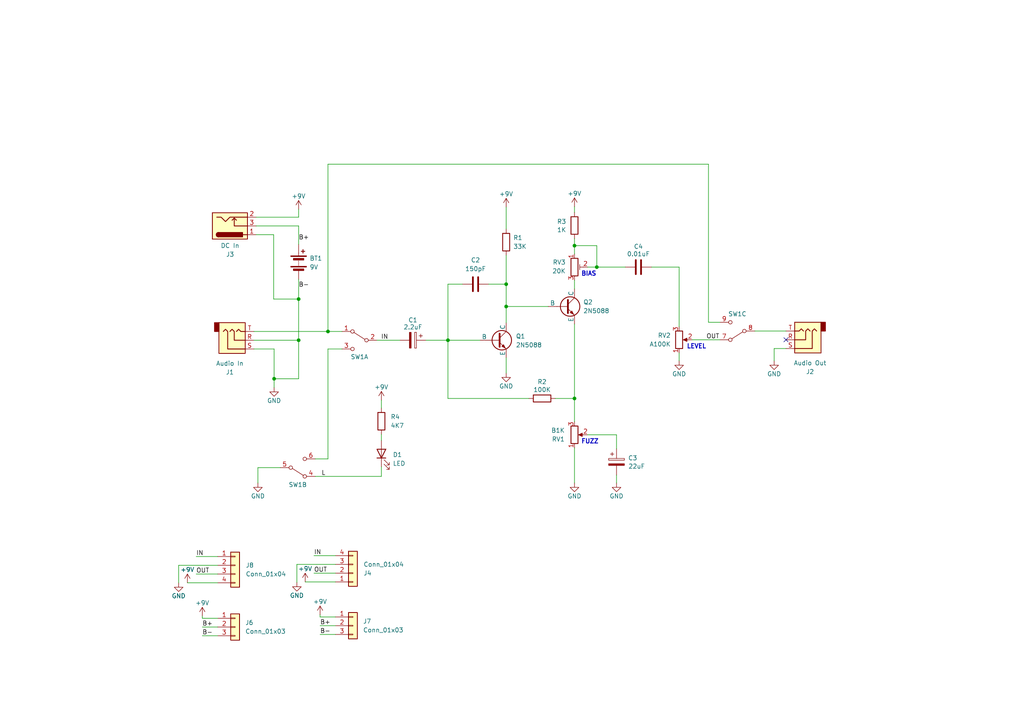
<source format=kicad_sch>
(kicad_sch (version 20230121) (generator eeschema)

  (uuid 938c461a-7982-4996-901b-39351a18b543)

  (paper "A4")

  (lib_symbols
    (symbol "Connector:Barrel_Jack_Switch" (pin_names hide) (in_bom yes) (on_board yes)
      (property "Reference" "J" (at 0 5.334 0)
        (effects (font (size 1.27 1.27)))
      )
      (property "Value" "Barrel_Jack_Switch" (at 0 -5.08 0)
        (effects (font (size 1.27 1.27)))
      )
      (property "Footprint" "" (at 1.27 -1.016 0)
        (effects (font (size 1.27 1.27)) hide)
      )
      (property "Datasheet" "~" (at 1.27 -1.016 0)
        (effects (font (size 1.27 1.27)) hide)
      )
      (property "ki_keywords" "DC power barrel jack connector" (at 0 0 0)
        (effects (font (size 1.27 1.27)) hide)
      )
      (property "ki_description" "DC Barrel Jack with an internal switch" (at 0 0 0)
        (effects (font (size 1.27 1.27)) hide)
      )
      (property "ki_fp_filters" "BarrelJack*" (at 0 0 0)
        (effects (font (size 1.27 1.27)) hide)
      )
      (symbol "Barrel_Jack_Switch_0_1"
        (rectangle (start -5.08 3.81) (end 5.08 -3.81)
          (stroke (width 0.254) (type default))
          (fill (type background))
        )
        (arc (start -3.302 3.175) (mid -3.9343 2.54) (end -3.302 1.905)
          (stroke (width 0.254) (type default))
          (fill (type none))
        )
        (arc (start -3.302 3.175) (mid -3.9343 2.54) (end -3.302 1.905)
          (stroke (width 0.254) (type default))
          (fill (type outline))
        )
        (polyline
          (pts
            (xy 1.27 -2.286)
            (xy 1.905 -1.651)
          )
          (stroke (width 0.254) (type default))
          (fill (type none))
        )
        (polyline
          (pts
            (xy 5.08 2.54)
            (xy 3.81 2.54)
          )
          (stroke (width 0.254) (type default))
          (fill (type none))
        )
        (polyline
          (pts
            (xy 5.08 0)
            (xy 1.27 0)
            (xy 1.27 -2.286)
            (xy 0.635 -1.651)
          )
          (stroke (width 0.254) (type default))
          (fill (type none))
        )
        (polyline
          (pts
            (xy -3.81 -2.54)
            (xy -2.54 -2.54)
            (xy -1.27 -1.27)
            (xy 0 -2.54)
            (xy 2.54 -2.54)
            (xy 5.08 -2.54)
          )
          (stroke (width 0.254) (type default))
          (fill (type none))
        )
        (rectangle (start 3.683 3.175) (end -3.302 1.905)
          (stroke (width 0.254) (type default))
          (fill (type outline))
        )
      )
      (symbol "Barrel_Jack_Switch_1_1"
        (pin passive line (at 7.62 2.54 180) (length 2.54)
          (name "~" (effects (font (size 1.27 1.27))))
          (number "1" (effects (font (size 1.27 1.27))))
        )
        (pin passive line (at 7.62 -2.54 180) (length 2.54)
          (name "~" (effects (font (size 1.27 1.27))))
          (number "2" (effects (font (size 1.27 1.27))))
        )
        (pin passive line (at 7.62 0 180) (length 2.54)
          (name "~" (effects (font (size 1.27 1.27))))
          (number "3" (effects (font (size 1.27 1.27))))
        )
      )
    )
    (symbol "Connector_Audio:AudioJack3" (in_bom yes) (on_board yes)
      (property "Reference" "J" (at 0 8.89 0)
        (effects (font (size 1.27 1.27)))
      )
      (property "Value" "AudioJack3" (at 0 6.35 0)
        (effects (font (size 1.27 1.27)))
      )
      (property "Footprint" "" (at 0 0 0)
        (effects (font (size 1.27 1.27)) hide)
      )
      (property "Datasheet" "~" (at 0 0 0)
        (effects (font (size 1.27 1.27)) hide)
      )
      (property "ki_keywords" "audio jack receptacle stereo headphones phones TRS connector" (at 0 0 0)
        (effects (font (size 1.27 1.27)) hide)
      )
      (property "ki_description" "Audio Jack, 3 Poles (Stereo / TRS)" (at 0 0 0)
        (effects (font (size 1.27 1.27)) hide)
      )
      (property "ki_fp_filters" "Jack*" (at 0 0 0)
        (effects (font (size 1.27 1.27)) hide)
      )
      (symbol "AudioJack3_0_1"
        (rectangle (start -5.08 -5.08) (end -6.35 -2.54)
          (stroke (width 0.254) (type default))
          (fill (type outline))
        )
        (polyline
          (pts
            (xy 0 -2.54)
            (xy 0.635 -3.175)
            (xy 1.27 -2.54)
            (xy 2.54 -2.54)
          )
          (stroke (width 0.254) (type default))
          (fill (type none))
        )
        (polyline
          (pts
            (xy -1.905 -2.54)
            (xy -1.27 -3.175)
            (xy -0.635 -2.54)
            (xy -0.635 0)
            (xy 2.54 0)
          )
          (stroke (width 0.254) (type default))
          (fill (type none))
        )
        (polyline
          (pts
            (xy 2.54 2.54)
            (xy -2.54 2.54)
            (xy -2.54 -2.54)
            (xy -3.175 -3.175)
            (xy -3.81 -2.54)
          )
          (stroke (width 0.254) (type default))
          (fill (type none))
        )
        (rectangle (start 2.54 3.81) (end -5.08 -5.08)
          (stroke (width 0.254) (type default))
          (fill (type background))
        )
      )
      (symbol "AudioJack3_1_1"
        (pin passive line (at 5.08 0 180) (length 2.54)
          (name "~" (effects (font (size 1.27 1.27))))
          (number "R" (effects (font (size 1.27 1.27))))
        )
        (pin passive line (at 5.08 2.54 180) (length 2.54)
          (name "~" (effects (font (size 1.27 1.27))))
          (number "S" (effects (font (size 1.27 1.27))))
        )
        (pin passive line (at 5.08 -2.54 180) (length 2.54)
          (name "~" (effects (font (size 1.27 1.27))))
          (number "T" (effects (font (size 1.27 1.27))))
        )
      )
    )
    (symbol "Connector_Generic:Conn_01x03" (pin_names (offset 1.016) hide) (in_bom yes) (on_board yes)
      (property "Reference" "J" (at 0 5.08 0)
        (effects (font (size 1.27 1.27)))
      )
      (property "Value" "Conn_01x03" (at 0 -5.08 0)
        (effects (font (size 1.27 1.27)))
      )
      (property "Footprint" "" (at 0 0 0)
        (effects (font (size 1.27 1.27)) hide)
      )
      (property "Datasheet" "~" (at 0 0 0)
        (effects (font (size 1.27 1.27)) hide)
      )
      (property "ki_keywords" "connector" (at 0 0 0)
        (effects (font (size 1.27 1.27)) hide)
      )
      (property "ki_description" "Generic connector, single row, 01x03, script generated (kicad-library-utils/schlib/autogen/connector/)" (at 0 0 0)
        (effects (font (size 1.27 1.27)) hide)
      )
      (property "ki_fp_filters" "Connector*:*_1x??_*" (at 0 0 0)
        (effects (font (size 1.27 1.27)) hide)
      )
      (symbol "Conn_01x03_1_1"
        (rectangle (start -1.27 -2.413) (end 0 -2.667)
          (stroke (width 0.1524) (type default))
          (fill (type none))
        )
        (rectangle (start -1.27 0.127) (end 0 -0.127)
          (stroke (width 0.1524) (type default))
          (fill (type none))
        )
        (rectangle (start -1.27 2.667) (end 0 2.413)
          (stroke (width 0.1524) (type default))
          (fill (type none))
        )
        (rectangle (start -1.27 3.81) (end 1.27 -3.81)
          (stroke (width 0.254) (type default))
          (fill (type background))
        )
        (pin passive line (at -5.08 2.54 0) (length 3.81)
          (name "Pin_1" (effects (font (size 1.27 1.27))))
          (number "1" (effects (font (size 1.27 1.27))))
        )
        (pin passive line (at -5.08 0 0) (length 3.81)
          (name "Pin_2" (effects (font (size 1.27 1.27))))
          (number "2" (effects (font (size 1.27 1.27))))
        )
        (pin passive line (at -5.08 -2.54 0) (length 3.81)
          (name "Pin_3" (effects (font (size 1.27 1.27))))
          (number "3" (effects (font (size 1.27 1.27))))
        )
      )
    )
    (symbol "Connector_Generic:Conn_01x04" (pin_names (offset 1.016) hide) (in_bom yes) (on_board yes)
      (property "Reference" "J" (at 0 5.08 0)
        (effects (font (size 1.27 1.27)))
      )
      (property "Value" "Conn_01x04" (at 0 -7.62 0)
        (effects (font (size 1.27 1.27)))
      )
      (property "Footprint" "" (at 0 0 0)
        (effects (font (size 1.27 1.27)) hide)
      )
      (property "Datasheet" "~" (at 0 0 0)
        (effects (font (size 1.27 1.27)) hide)
      )
      (property "ki_keywords" "connector" (at 0 0 0)
        (effects (font (size 1.27 1.27)) hide)
      )
      (property "ki_description" "Generic connector, single row, 01x04, script generated (kicad-library-utils/schlib/autogen/connector/)" (at 0 0 0)
        (effects (font (size 1.27 1.27)) hide)
      )
      (property "ki_fp_filters" "Connector*:*_1x??_*" (at 0 0 0)
        (effects (font (size 1.27 1.27)) hide)
      )
      (symbol "Conn_01x04_1_1"
        (rectangle (start -1.27 -4.953) (end 0 -5.207)
          (stroke (width 0.1524) (type default))
          (fill (type none))
        )
        (rectangle (start -1.27 -2.413) (end 0 -2.667)
          (stroke (width 0.1524) (type default))
          (fill (type none))
        )
        (rectangle (start -1.27 0.127) (end 0 -0.127)
          (stroke (width 0.1524) (type default))
          (fill (type none))
        )
        (rectangle (start -1.27 2.667) (end 0 2.413)
          (stroke (width 0.1524) (type default))
          (fill (type none))
        )
        (rectangle (start -1.27 3.81) (end 1.27 -6.35)
          (stroke (width 0.254) (type default))
          (fill (type background))
        )
        (pin passive line (at -5.08 2.54 0) (length 3.81)
          (name "Pin_1" (effects (font (size 1.27 1.27))))
          (number "1" (effects (font (size 1.27 1.27))))
        )
        (pin passive line (at -5.08 0 0) (length 3.81)
          (name "Pin_2" (effects (font (size 1.27 1.27))))
          (number "2" (effects (font (size 1.27 1.27))))
        )
        (pin passive line (at -5.08 -2.54 0) (length 3.81)
          (name "Pin_3" (effects (font (size 1.27 1.27))))
          (number "3" (effects (font (size 1.27 1.27))))
        )
        (pin passive line (at -5.08 -5.08 0) (length 3.81)
          (name "Pin_4" (effects (font (size 1.27 1.27))))
          (number "4" (effects (font (size 1.27 1.27))))
        )
      )
    )
    (symbol "Device:Battery" (pin_numbers hide) (pin_names (offset 0) hide) (in_bom yes) (on_board yes)
      (property "Reference" "BT" (at 2.54 2.54 0)
        (effects (font (size 1.27 1.27)) (justify left))
      )
      (property "Value" "Battery" (at 2.54 0 0)
        (effects (font (size 1.27 1.27)) (justify left))
      )
      (property "Footprint" "" (at 0 1.524 90)
        (effects (font (size 1.27 1.27)) hide)
      )
      (property "Datasheet" "~" (at 0 1.524 90)
        (effects (font (size 1.27 1.27)) hide)
      )
      (property "ki_keywords" "batt voltage-source cell" (at 0 0 0)
        (effects (font (size 1.27 1.27)) hide)
      )
      (property "ki_description" "Multiple-cell battery" (at 0 0 0)
        (effects (font (size 1.27 1.27)) hide)
      )
      (symbol "Battery_0_1"
        (rectangle (start -2.286 -1.27) (end 2.286 -1.524)
          (stroke (width 0) (type default))
          (fill (type outline))
        )
        (rectangle (start -2.286 1.778) (end 2.286 1.524)
          (stroke (width 0) (type default))
          (fill (type outline))
        )
        (rectangle (start -1.524 -2.032) (end 1.524 -2.54)
          (stroke (width 0) (type default))
          (fill (type outline))
        )
        (rectangle (start -1.524 1.016) (end 1.524 0.508)
          (stroke (width 0) (type default))
          (fill (type outline))
        )
        (polyline
          (pts
            (xy 0 -1.016)
            (xy 0 -0.762)
          )
          (stroke (width 0) (type default))
          (fill (type none))
        )
        (polyline
          (pts
            (xy 0 -0.508)
            (xy 0 -0.254)
          )
          (stroke (width 0) (type default))
          (fill (type none))
        )
        (polyline
          (pts
            (xy 0 0)
            (xy 0 0.254)
          )
          (stroke (width 0) (type default))
          (fill (type none))
        )
        (polyline
          (pts
            (xy 0 1.778)
            (xy 0 2.54)
          )
          (stroke (width 0) (type default))
          (fill (type none))
        )
        (polyline
          (pts
            (xy 0.762 3.048)
            (xy 1.778 3.048)
          )
          (stroke (width 0.254) (type default))
          (fill (type none))
        )
        (polyline
          (pts
            (xy 1.27 3.556)
            (xy 1.27 2.54)
          )
          (stroke (width 0.254) (type default))
          (fill (type none))
        )
      )
      (symbol "Battery_1_1"
        (pin passive line (at 0 5.08 270) (length 2.54)
          (name "+" (effects (font (size 1.27 1.27))))
          (number "1" (effects (font (size 1.27 1.27))))
        )
        (pin passive line (at 0 -5.08 90) (length 2.54)
          (name "-" (effects (font (size 1.27 1.27))))
          (number "2" (effects (font (size 1.27 1.27))))
        )
      )
    )
    (symbol "Device:C" (pin_numbers hide) (pin_names (offset 0.254)) (in_bom yes) (on_board yes)
      (property "Reference" "C" (at 0.635 2.54 0)
        (effects (font (size 1.27 1.27)) (justify left))
      )
      (property "Value" "C" (at 0.635 -2.54 0)
        (effects (font (size 1.27 1.27)) (justify left))
      )
      (property "Footprint" "" (at 0.9652 -3.81 0)
        (effects (font (size 1.27 1.27)) hide)
      )
      (property "Datasheet" "~" (at 0 0 0)
        (effects (font (size 1.27 1.27)) hide)
      )
      (property "ki_keywords" "cap capacitor" (at 0 0 0)
        (effects (font (size 1.27 1.27)) hide)
      )
      (property "ki_description" "Unpolarized capacitor" (at 0 0 0)
        (effects (font (size 1.27 1.27)) hide)
      )
      (property "ki_fp_filters" "C_*" (at 0 0 0)
        (effects (font (size 1.27 1.27)) hide)
      )
      (symbol "C_0_1"
        (polyline
          (pts
            (xy -2.032 -0.762)
            (xy 2.032 -0.762)
          )
          (stroke (width 0.508) (type default))
          (fill (type none))
        )
        (polyline
          (pts
            (xy -2.032 0.762)
            (xy 2.032 0.762)
          )
          (stroke (width 0.508) (type default))
          (fill (type none))
        )
      )
      (symbol "C_1_1"
        (pin passive line (at 0 3.81 270) (length 2.794)
          (name "~" (effects (font (size 1.27 1.27))))
          (number "1" (effects (font (size 1.27 1.27))))
        )
        (pin passive line (at 0 -3.81 90) (length 2.794)
          (name "~" (effects (font (size 1.27 1.27))))
          (number "2" (effects (font (size 1.27 1.27))))
        )
      )
    )
    (symbol "Device:C_Polarized" (pin_numbers hide) (pin_names (offset 0.254)) (in_bom yes) (on_board yes)
      (property "Reference" "C" (at 0.635 2.54 0)
        (effects (font (size 1.27 1.27)) (justify left))
      )
      (property "Value" "C_Polarized" (at 0.635 -2.54 0)
        (effects (font (size 1.27 1.27)) (justify left))
      )
      (property "Footprint" "" (at 0.9652 -3.81 0)
        (effects (font (size 1.27 1.27)) hide)
      )
      (property "Datasheet" "~" (at 0 0 0)
        (effects (font (size 1.27 1.27)) hide)
      )
      (property "ki_keywords" "cap capacitor" (at 0 0 0)
        (effects (font (size 1.27 1.27)) hide)
      )
      (property "ki_description" "Polarized capacitor" (at 0 0 0)
        (effects (font (size 1.27 1.27)) hide)
      )
      (property "ki_fp_filters" "CP_*" (at 0 0 0)
        (effects (font (size 1.27 1.27)) hide)
      )
      (symbol "C_Polarized_0_1"
        (rectangle (start -2.286 0.508) (end 2.286 1.016)
          (stroke (width 0) (type default))
          (fill (type none))
        )
        (polyline
          (pts
            (xy -1.778 2.286)
            (xy -0.762 2.286)
          )
          (stroke (width 0) (type default))
          (fill (type none))
        )
        (polyline
          (pts
            (xy -1.27 2.794)
            (xy -1.27 1.778)
          )
          (stroke (width 0) (type default))
          (fill (type none))
        )
        (rectangle (start 2.286 -0.508) (end -2.286 -1.016)
          (stroke (width 0) (type default))
          (fill (type outline))
        )
      )
      (symbol "C_Polarized_1_1"
        (pin passive line (at 0 3.81 270) (length 2.794)
          (name "~" (effects (font (size 1.27 1.27))))
          (number "1" (effects (font (size 1.27 1.27))))
        )
        (pin passive line (at 0 -3.81 90) (length 2.794)
          (name "~" (effects (font (size 1.27 1.27))))
          (number "2" (effects (font (size 1.27 1.27))))
        )
      )
    )
    (symbol "Device:LED" (pin_numbers hide) (pin_names (offset 1.016) hide) (in_bom yes) (on_board yes)
      (property "Reference" "D" (at 0 2.54 0)
        (effects (font (size 1.27 1.27)))
      )
      (property "Value" "LED" (at 0 -2.54 0)
        (effects (font (size 1.27 1.27)))
      )
      (property "Footprint" "" (at 0 0 0)
        (effects (font (size 1.27 1.27)) hide)
      )
      (property "Datasheet" "~" (at 0 0 0)
        (effects (font (size 1.27 1.27)) hide)
      )
      (property "ki_keywords" "LED diode" (at 0 0 0)
        (effects (font (size 1.27 1.27)) hide)
      )
      (property "ki_description" "Light emitting diode" (at 0 0 0)
        (effects (font (size 1.27 1.27)) hide)
      )
      (property "ki_fp_filters" "LED* LED_SMD:* LED_THT:*" (at 0 0 0)
        (effects (font (size 1.27 1.27)) hide)
      )
      (symbol "LED_0_1"
        (polyline
          (pts
            (xy -1.27 -1.27)
            (xy -1.27 1.27)
          )
          (stroke (width 0.254) (type default))
          (fill (type none))
        )
        (polyline
          (pts
            (xy -1.27 0)
            (xy 1.27 0)
          )
          (stroke (width 0) (type default))
          (fill (type none))
        )
        (polyline
          (pts
            (xy 1.27 -1.27)
            (xy 1.27 1.27)
            (xy -1.27 0)
            (xy 1.27 -1.27)
          )
          (stroke (width 0.254) (type default))
          (fill (type none))
        )
        (polyline
          (pts
            (xy -3.048 -0.762)
            (xy -4.572 -2.286)
            (xy -3.81 -2.286)
            (xy -4.572 -2.286)
            (xy -4.572 -1.524)
          )
          (stroke (width 0) (type default))
          (fill (type none))
        )
        (polyline
          (pts
            (xy -1.778 -0.762)
            (xy -3.302 -2.286)
            (xy -2.54 -2.286)
            (xy -3.302 -2.286)
            (xy -3.302 -1.524)
          )
          (stroke (width 0) (type default))
          (fill (type none))
        )
      )
      (symbol "LED_1_1"
        (pin passive line (at -3.81 0 0) (length 2.54)
          (name "K" (effects (font (size 1.27 1.27))))
          (number "1" (effects (font (size 1.27 1.27))))
        )
        (pin passive line (at 3.81 0 180) (length 2.54)
          (name "A" (effects (font (size 1.27 1.27))))
          (number "2" (effects (font (size 1.27 1.27))))
        )
      )
    )
    (symbol "Device:R" (pin_numbers hide) (pin_names (offset 0)) (in_bom yes) (on_board yes)
      (property "Reference" "R" (at 2.032 0 90)
        (effects (font (size 1.27 1.27)))
      )
      (property "Value" "R" (at 0 0 90)
        (effects (font (size 1.27 1.27)))
      )
      (property "Footprint" "" (at -1.778 0 90)
        (effects (font (size 1.27 1.27)) hide)
      )
      (property "Datasheet" "~" (at 0 0 0)
        (effects (font (size 1.27 1.27)) hide)
      )
      (property "ki_keywords" "R res resistor" (at 0 0 0)
        (effects (font (size 1.27 1.27)) hide)
      )
      (property "ki_description" "Resistor" (at 0 0 0)
        (effects (font (size 1.27 1.27)) hide)
      )
      (property "ki_fp_filters" "R_*" (at 0 0 0)
        (effects (font (size 1.27 1.27)) hide)
      )
      (symbol "R_0_1"
        (rectangle (start -1.016 -2.54) (end 1.016 2.54)
          (stroke (width 0.254) (type default))
          (fill (type none))
        )
      )
      (symbol "R_1_1"
        (pin passive line (at 0 3.81 270) (length 1.27)
          (name "~" (effects (font (size 1.27 1.27))))
          (number "1" (effects (font (size 1.27 1.27))))
        )
        (pin passive line (at 0 -3.81 90) (length 1.27)
          (name "~" (effects (font (size 1.27 1.27))))
          (number "2" (effects (font (size 1.27 1.27))))
        )
      )
    )
    (symbol "Device:R_Potentiometer" (pin_names (offset 1.016) hide) (in_bom yes) (on_board yes)
      (property "Reference" "RV" (at -4.445 0 90)
        (effects (font (size 1.27 1.27)))
      )
      (property "Value" "R_Potentiometer" (at -2.54 0 90)
        (effects (font (size 1.27 1.27)))
      )
      (property "Footprint" "" (at 0 0 0)
        (effects (font (size 1.27 1.27)) hide)
      )
      (property "Datasheet" "~" (at 0 0 0)
        (effects (font (size 1.27 1.27)) hide)
      )
      (property "ki_keywords" "resistor variable" (at 0 0 0)
        (effects (font (size 1.27 1.27)) hide)
      )
      (property "ki_description" "Potentiometer" (at 0 0 0)
        (effects (font (size 1.27 1.27)) hide)
      )
      (property "ki_fp_filters" "Potentiometer*" (at 0 0 0)
        (effects (font (size 1.27 1.27)) hide)
      )
      (symbol "R_Potentiometer_0_1"
        (polyline
          (pts
            (xy 2.54 0)
            (xy 1.524 0)
          )
          (stroke (width 0) (type default))
          (fill (type none))
        )
        (polyline
          (pts
            (xy 1.143 0)
            (xy 2.286 0.508)
            (xy 2.286 -0.508)
            (xy 1.143 0)
          )
          (stroke (width 0) (type default))
          (fill (type outline))
        )
        (rectangle (start 1.016 2.54) (end -1.016 -2.54)
          (stroke (width 0.254) (type default))
          (fill (type none))
        )
      )
      (symbol "R_Potentiometer_1_1"
        (pin passive line (at 0 3.81 270) (length 1.27)
          (name "1" (effects (font (size 1.27 1.27))))
          (number "1" (effects (font (size 1.27 1.27))))
        )
        (pin passive line (at 3.81 0 180) (length 1.27)
          (name "2" (effects (font (size 1.27 1.27))))
          (number "2" (effects (font (size 1.27 1.27))))
        )
        (pin passive line (at 0 -3.81 90) (length 1.27)
          (name "3" (effects (font (size 1.27 1.27))))
          (number "3" (effects (font (size 1.27 1.27))))
        )
      )
    )
    (symbol "Device:R_Potentiometer_Trim" (pin_names (offset 1.016) hide) (in_bom yes) (on_board yes)
      (property "Reference" "RV" (at -4.445 0 90)
        (effects (font (size 1.27 1.27)))
      )
      (property "Value" "R_Potentiometer_Trim" (at -2.54 0 90)
        (effects (font (size 1.27 1.27)))
      )
      (property "Footprint" "" (at 0 0 0)
        (effects (font (size 1.27 1.27)) hide)
      )
      (property "Datasheet" "~" (at 0 0 0)
        (effects (font (size 1.27 1.27)) hide)
      )
      (property "ki_keywords" "resistor variable trimpot trimmer" (at 0 0 0)
        (effects (font (size 1.27 1.27)) hide)
      )
      (property "ki_description" "Trim-potentiometer" (at 0 0 0)
        (effects (font (size 1.27 1.27)) hide)
      )
      (property "ki_fp_filters" "Potentiometer*" (at 0 0 0)
        (effects (font (size 1.27 1.27)) hide)
      )
      (symbol "R_Potentiometer_Trim_0_1"
        (polyline
          (pts
            (xy 1.524 0.762)
            (xy 1.524 -0.762)
          )
          (stroke (width 0) (type default))
          (fill (type none))
        )
        (polyline
          (pts
            (xy 2.54 0)
            (xy 1.524 0)
          )
          (stroke (width 0) (type default))
          (fill (type none))
        )
        (rectangle (start 1.016 2.54) (end -1.016 -2.54)
          (stroke (width 0.254) (type default))
          (fill (type none))
        )
      )
      (symbol "R_Potentiometer_Trim_1_1"
        (pin passive line (at 0 3.81 270) (length 1.27)
          (name "1" (effects (font (size 1.27 1.27))))
          (number "1" (effects (font (size 1.27 1.27))))
        )
        (pin passive line (at 3.81 0 180) (length 1.27)
          (name "2" (effects (font (size 1.27 1.27))))
          (number "2" (effects (font (size 1.27 1.27))))
        )
        (pin passive line (at 0 -3.81 90) (length 1.27)
          (name "3" (effects (font (size 1.27 1.27))))
          (number "3" (effects (font (size 1.27 1.27))))
        )
      )
    )
    (symbol "Fuzz:SW_TPDT_x3" (pin_names (offset 0) hide) (in_bom yes) (on_board yes)
      (property "Reference" "SW" (at 0 4.318 0)
        (effects (font (size 1.27 1.27)))
      )
      (property "Value" "SW_TPDT_x3" (at 0 -5.08 0)
        (effects (font (size 1.27 1.27)))
      )
      (property "Footprint" "" (at 0 0 0)
        (effects (font (size 1.27 1.27)) hide)
      )
      (property "Datasheet" "~" (at 0 0 0)
        (effects (font (size 1.27 1.27)) hide)
      )
      (property "ki_keywords" "switch dual-pole double-throw DPDT spdt ON-ON" (at 0 0 0)
        (effects (font (size 1.27 1.27)) hide)
      )
      (property "ki_description" "Switch, dual pole double throw, separate symbols" (at 0 0 0)
        (effects (font (size 1.27 1.27)) hide)
      )
      (property "ki_fp_filters" "SW*DPDT*" (at 0 0 0)
        (effects (font (size 1.27 1.27)) hide)
      )
      (symbol "SW_TPDT_x3_0_0"
        (circle (center -2.032 0) (radius 0.508)
          (stroke (width 0) (type default))
          (fill (type none))
        )
        (circle (center 2.032 -2.54) (radius 0.508)
          (stroke (width 0) (type default))
          (fill (type none))
        )
      )
      (symbol "SW_TPDT_x3_0_1"
        (polyline
          (pts
            (xy -1.524 0.254)
            (xy 1.651 2.286)
          )
          (stroke (width 0) (type default))
          (fill (type none))
        )
        (circle (center 2.032 2.54) (radius 0.508)
          (stroke (width 0) (type default))
          (fill (type none))
        )
      )
      (symbol "SW_TPDT_x3_1_1"
        (pin passive line (at 5.08 2.54 180) (length 2.54)
          (name "A" (effects (font (size 1.27 1.27))))
          (number "1" (effects (font (size 1.27 1.27))))
        )
        (pin passive line (at -5.08 0 0) (length 2.54)
          (name "B" (effects (font (size 1.27 1.27))))
          (number "2" (effects (font (size 1.27 1.27))))
        )
        (pin passive line (at 5.08 -2.54 180) (length 2.54)
          (name "C" (effects (font (size 1.27 1.27))))
          (number "3" (effects (font (size 1.27 1.27))))
        )
      )
      (symbol "SW_TPDT_x3_2_1"
        (pin passive line (at 5.08 2.54 180) (length 2.54)
          (name "A" (effects (font (size 1.27 1.27))))
          (number "4" (effects (font (size 1.27 1.27))))
        )
        (pin passive line (at -5.08 0 0) (length 2.54)
          (name "B" (effects (font (size 1.27 1.27))))
          (number "5" (effects (font (size 1.27 1.27))))
        )
        (pin passive line (at 5.08 -2.54 180) (length 2.54)
          (name "C" (effects (font (size 1.27 1.27))))
          (number "6" (effects (font (size 1.27 1.27))))
        )
      )
      (symbol "SW_TPDT_x3_3_1"
        (pin passive line (at 5.08 2.54 180) (length 2.54)
          (name "A" (effects (font (size 1.27 1.27))))
          (number "7" (effects (font (size 1.27 1.27))))
        )
        (pin passive line (at -5.08 0 0) (length 2.54)
          (name "B" (effects (font (size 1.27 1.27))))
          (number "8" (effects (font (size 1.27 1.27))))
        )
        (pin passive line (at 5.08 -2.54 180) (length 2.54)
          (name "C" (effects (font (size 1.27 1.27))))
          (number "9" (effects (font (size 1.27 1.27))))
        )
      )
    )
    (symbol "Simulation_SPICE:NPN" (pin_numbers hide) (pin_names (offset 0)) (in_bom yes) (on_board yes)
      (property "Reference" "Q" (at -2.54 7.62 0)
        (effects (font (size 1.27 1.27)))
      )
      (property "Value" "NPN" (at -2.54 5.08 0)
        (effects (font (size 1.27 1.27)))
      )
      (property "Footprint" "" (at 63.5 0 0)
        (effects (font (size 1.27 1.27)) hide)
      )
      (property "Datasheet" "~" (at 63.5 0 0)
        (effects (font (size 1.27 1.27)) hide)
      )
      (property "Sim.Device" "NPN" (at 0 0 0)
        (effects (font (size 1.27 1.27)) hide)
      )
      (property "Sim.Type" "GUMMELPOON" (at 0 0 0)
        (effects (font (size 1.27 1.27)) hide)
      )
      (property "Sim.Pins" "1=C 2=B 3=E" (at 0 0 0)
        (effects (font (size 1.27 1.27)) hide)
      )
      (property "ki_keywords" "simulation" (at 0 0 0)
        (effects (font (size 1.27 1.27)) hide)
      )
      (property "ki_description" "Bipolar transistor symbol for simulation only, substrate tied to the emitter" (at 0 0 0)
        (effects (font (size 1.27 1.27)) hide)
      )
      (symbol "NPN_0_1"
        (polyline
          (pts
            (xy -2.54 0)
            (xy 0.635 0)
          )
          (stroke (width 0.1524) (type default))
          (fill (type none))
        )
        (polyline
          (pts
            (xy 0.635 0.635)
            (xy 2.54 2.54)
          )
          (stroke (width 0) (type default))
          (fill (type none))
        )
        (polyline
          (pts
            (xy 2.794 -1.27)
            (xy 2.794 -1.27)
          )
          (stroke (width 0.1524) (type default))
          (fill (type none))
        )
        (polyline
          (pts
            (xy 2.794 -1.27)
            (xy 2.794 -1.27)
          )
          (stroke (width 0.1524) (type default))
          (fill (type none))
        )
        (polyline
          (pts
            (xy 0.635 -0.635)
            (xy 2.54 -2.54)
            (xy 2.54 -2.54)
          )
          (stroke (width 0) (type default))
          (fill (type none))
        )
        (polyline
          (pts
            (xy 0.635 1.905)
            (xy 0.635 -1.905)
            (xy 0.635 -1.905)
          )
          (stroke (width 0.508) (type default))
          (fill (type none))
        )
        (polyline
          (pts
            (xy 1.27 -1.778)
            (xy 1.778 -1.27)
            (xy 2.286 -2.286)
            (xy 1.27 -1.778)
            (xy 1.27 -1.778)
          )
          (stroke (width 0) (type default))
          (fill (type outline))
        )
        (circle (center 1.27 0) (radius 2.8194)
          (stroke (width 0.254) (type default))
          (fill (type none))
        )
      )
      (symbol "NPN_1_1"
        (pin open_collector line (at 2.54 5.08 270) (length 2.54)
          (name "C" (effects (font (size 1.27 1.27))))
          (number "1" (effects (font (size 1.27 1.27))))
        )
        (pin input line (at -5.08 0 0) (length 2.54)
          (name "B" (effects (font (size 1.27 1.27))))
          (number "2" (effects (font (size 1.27 1.27))))
        )
        (pin open_emitter line (at 2.54 -5.08 90) (length 2.54)
          (name "E" (effects (font (size 1.27 1.27))))
          (number "3" (effects (font (size 1.27 1.27))))
        )
      )
    )
    (symbol "power:+9V" (power) (pin_names (offset 0)) (in_bom yes) (on_board yes)
      (property "Reference" "#PWR" (at 0 -3.81 0)
        (effects (font (size 1.27 1.27)) hide)
      )
      (property "Value" "+9V" (at 0 3.556 0)
        (effects (font (size 1.27 1.27)))
      )
      (property "Footprint" "" (at 0 0 0)
        (effects (font (size 1.27 1.27)) hide)
      )
      (property "Datasheet" "" (at 0 0 0)
        (effects (font (size 1.27 1.27)) hide)
      )
      (property "ki_keywords" "global power" (at 0 0 0)
        (effects (font (size 1.27 1.27)) hide)
      )
      (property "ki_description" "Power symbol creates a global label with name \"+9V\"" (at 0 0 0)
        (effects (font (size 1.27 1.27)) hide)
      )
      (symbol "+9V_0_1"
        (polyline
          (pts
            (xy -0.762 1.27)
            (xy 0 2.54)
          )
          (stroke (width 0) (type default))
          (fill (type none))
        )
        (polyline
          (pts
            (xy 0 0)
            (xy 0 2.54)
          )
          (stroke (width 0) (type default))
          (fill (type none))
        )
        (polyline
          (pts
            (xy 0 2.54)
            (xy 0.762 1.27)
          )
          (stroke (width 0) (type default))
          (fill (type none))
        )
      )
      (symbol "+9V_1_1"
        (pin power_in line (at 0 0 90) (length 0) hide
          (name "+9V" (effects (font (size 1.27 1.27))))
          (number "1" (effects (font (size 1.27 1.27))))
        )
      )
    )
    (symbol "power:GND" (power) (pin_names (offset 0)) (in_bom yes) (on_board yes)
      (property "Reference" "#PWR" (at 0 -6.35 0)
        (effects (font (size 1.27 1.27)) hide)
      )
      (property "Value" "GND" (at 0 -3.81 0)
        (effects (font (size 1.27 1.27)))
      )
      (property "Footprint" "" (at 0 0 0)
        (effects (font (size 1.27 1.27)) hide)
      )
      (property "Datasheet" "" (at 0 0 0)
        (effects (font (size 1.27 1.27)) hide)
      )
      (property "ki_keywords" "global power" (at 0 0 0)
        (effects (font (size 1.27 1.27)) hide)
      )
      (property "ki_description" "Power symbol creates a global label with name \"GND\" , ground" (at 0 0 0)
        (effects (font (size 1.27 1.27)) hide)
      )
      (symbol "GND_0_1"
        (polyline
          (pts
            (xy 0 0)
            (xy 0 -1.27)
            (xy 1.27 -1.27)
            (xy 0 -2.54)
            (xy -1.27 -1.27)
            (xy 0 -1.27)
          )
          (stroke (width 0) (type default))
          (fill (type none))
        )
      )
      (symbol "GND_1_1"
        (pin power_in line (at 0 0 270) (length 0) hide
          (name "GND" (effects (font (size 1.27 1.27))))
          (number "1" (effects (font (size 1.27 1.27))))
        )
      )
    )
  )

  (junction (at 86.614 98.679) (diameter 0) (color 0 0 0 0)
    (uuid 0b4f0da4-d8f6-4c98-a79d-257508c44700)
  )
  (junction (at 95.123 96.139) (diameter 0) (color 0 0 0 0)
    (uuid 3436c95a-34bc-4e3a-adb9-53e776e703a1)
  )
  (junction (at 146.812 82.423) (diameter 0) (color 0 0 0 0)
    (uuid 4b50ea6d-a726-4919-add9-6b156fcb1591)
  )
  (junction (at 173.101 77.47) (diameter 0) (color 0 0 0 0)
    (uuid 5637e916-c101-498d-9b0b-2b0e8719d491)
  )
  (junction (at 79.502 109.855) (diameter 0) (color 0 0 0 0)
    (uuid 72b83de1-129a-45f9-a263-bfd799fb3407)
  )
  (junction (at 129.921 98.679) (diameter 0) (color 0 0 0 0)
    (uuid 7e17860d-dce9-453b-9c1a-93333455e37a)
  )
  (junction (at 86.614 86.741) (diameter 0) (color 0 0 0 0)
    (uuid 9859b2bb-8095-4e16-aa55-2f1b2de7dff8)
  )
  (junction (at 166.624 115.57) (diameter 0) (color 0 0 0 0)
    (uuid f177a345-497b-445f-8f62-7afc497be9bf)
  )
  (junction (at 146.812 88.9) (diameter 0) (color 0 0 0 0)
    (uuid f8ad31f5-a25a-4866-93e1-c983dd863ce1)
  )
  (junction (at 166.624 71.247) (diameter 0) (color 0 0 0 0)
    (uuid fb988de4-288c-48a0-8a76-a54d27e60d13)
  )

  (no_connect (at 227.965 98.552) (uuid b0c857e2-88ee-41da-9aba-4b67e434c86f))

  (wire (pts (xy 227.965 101.092) (xy 224.536 101.092))
    (stroke (width 0) (type default))
    (uuid 03826b00-4196-45fd-a9d2-d2ce5c3b66dc)
  )
  (wire (pts (xy 208.788 93.472) (xy 205.486 93.472))
    (stroke (width 0) (type default))
    (uuid 03c6117d-ac30-4de4-9767-c69e3461ee83)
  )
  (wire (pts (xy 166.624 129.921) (xy 166.624 140.081))
    (stroke (width 0) (type default))
    (uuid 06831b3b-a084-4454-87f9-220609ba10b1)
  )
  (wire (pts (xy 146.812 60.071) (xy 146.812 66.421))
    (stroke (width 0) (type default))
    (uuid 0a56a897-389d-488c-9297-a9b9eb5f827f)
  )
  (wire (pts (xy 63.119 169.037) (xy 54.356 169.037))
    (stroke (width 0) (type default))
    (uuid 0d2d0fe3-b5ff-4aac-96d3-009e40a37284)
  )
  (wire (pts (xy 205.486 93.472) (xy 205.486 47.625))
    (stroke (width 0) (type default))
    (uuid 0d8cc82a-3488-44ac-b0b9-7cc184aedae5)
  )
  (wire (pts (xy 63.119 166.497) (xy 56.896 166.497))
    (stroke (width 0) (type default))
    (uuid 101b55df-7c83-4e15-a4f4-d1f926ec9fab)
  )
  (wire (pts (xy 86.614 86.741) (xy 86.614 98.679))
    (stroke (width 0) (type default))
    (uuid 19c6debd-bc11-4610-a3c3-595333dfffcc)
  )
  (wire (pts (xy 123.571 98.679) (xy 129.921 98.679))
    (stroke (width 0) (type default))
    (uuid 1cafb735-4305-4df1-bc05-8ab2cebfd465)
  )
  (wire (pts (xy 95.123 101.219) (xy 95.123 133.096))
    (stroke (width 0) (type default))
    (uuid 258ae4b9-94b6-4165-b475-71ef848977c2)
  )
  (wire (pts (xy 79.502 101.219) (xy 79.502 109.855))
    (stroke (width 0) (type default))
    (uuid 280322d1-0543-4d8a-87ae-274535f4c8b4)
  )
  (wire (pts (xy 141.732 82.423) (xy 146.812 82.423))
    (stroke (width 0) (type default))
    (uuid 29da65f7-575b-4f59-ac24-145facb42c42)
  )
  (wire (pts (xy 170.434 77.47) (xy 173.101 77.47))
    (stroke (width 0) (type default))
    (uuid 2ad9e622-9e37-48a6-a6c2-aa24eeb46f7e)
  )
  (wire (pts (xy 86.614 65.532) (xy 86.614 70.866))
    (stroke (width 0) (type default))
    (uuid 2e0e3065-5471-4c6d-ad6f-b9d4c92bfbbd)
  )
  (wire (pts (xy 97.282 166.243) (xy 91.059 166.243))
    (stroke (width 0) (type default))
    (uuid 2e6825f2-a33a-449a-ad73-ef1463284467)
  )
  (wire (pts (xy 95.123 96.139) (xy 99.187 96.139))
    (stroke (width 0) (type default))
    (uuid 320789cd-fdbe-4eff-8113-bdfd384967ed)
  )
  (wire (pts (xy 166.624 115.57) (xy 166.624 122.301))
    (stroke (width 0) (type default))
    (uuid 327e53b7-f231-441b-8657-748eeb7cbbba)
  )
  (wire (pts (xy 224.536 101.092) (xy 224.536 104.648))
    (stroke (width 0) (type default))
    (uuid 37e97459-ef73-4264-8249-132cea742232)
  )
  (wire (pts (xy 79.375 68.072) (xy 79.375 86.741))
    (stroke (width 0) (type default))
    (uuid 3b2354cd-b4e7-4297-afed-47bcfd4972d3)
  )
  (wire (pts (xy 79.375 86.741) (xy 86.614 86.741))
    (stroke (width 0) (type default))
    (uuid 3ff6f7d9-f9ef-4072-bfa5-e2a8b261d4f0)
  )
  (wire (pts (xy 146.812 74.041) (xy 146.812 82.423))
    (stroke (width 0) (type default))
    (uuid 4053245f-24f6-4038-a4a6-a17400f2e48d)
  )
  (wire (pts (xy 58.674 178.689) (xy 58.674 179.324))
    (stroke (width 0) (type default))
    (uuid 41ad9632-0903-4797-88a4-ed8eb6bbe174)
  )
  (wire (pts (xy 86.614 109.855) (xy 79.502 109.855))
    (stroke (width 0) (type default))
    (uuid 42cd4bb4-bcf5-43eb-a864-9e453c1c8db7)
  )
  (wire (pts (xy 129.921 115.57) (xy 153.416 115.57))
    (stroke (width 0) (type default))
    (uuid 46a1e088-3687-455f-9efa-bedbad0b183e)
  )
  (wire (pts (xy 63.119 179.324) (xy 58.674 179.324))
    (stroke (width 0) (type default))
    (uuid 4a3f65b3-e124-4a78-b31b-3773618c3e1d)
  )
  (wire (pts (xy 86.106 163.703) (xy 97.282 163.703))
    (stroke (width 0) (type default))
    (uuid 4b20b775-c594-4921-a3ac-c231b097e9e6)
  )
  (wire (pts (xy 110.617 125.984) (xy 110.617 127.762))
    (stroke (width 0) (type default))
    (uuid 52337dec-a9db-4bec-9ae4-fc7afe78bbf0)
  )
  (wire (pts (xy 146.812 88.9) (xy 146.812 93.599))
    (stroke (width 0) (type default))
    (uuid 53ea39e5-8e5b-446c-88fd-f36f5bd9e08b)
  )
  (wire (pts (xy 92.837 178.308) (xy 92.837 178.943))
    (stroke (width 0) (type default))
    (uuid 545d044a-26fd-4723-a956-3b93df9d51bf)
  )
  (wire (pts (xy 166.624 71.247) (xy 173.101 71.247))
    (stroke (width 0) (type default))
    (uuid 5c9b4059-08fb-4660-a990-24b4f58cf414)
  )
  (wire (pts (xy 79.502 109.855) (xy 79.502 112.395))
    (stroke (width 0) (type default))
    (uuid 5ce0dd66-c00f-4c56-8d24-79d89a85af24)
  )
  (wire (pts (xy 86.614 98.679) (xy 86.614 109.855))
    (stroke (width 0) (type default))
    (uuid 6093c58e-49bb-4854-a3c2-bfc8f8652d81)
  )
  (wire (pts (xy 95.123 47.625) (xy 205.486 47.625))
    (stroke (width 0) (type default))
    (uuid 64c38adf-2576-49ff-b10c-8b12c6e22831)
  )
  (wire (pts (xy 51.816 163.957) (xy 63.119 163.957))
    (stroke (width 0) (type default))
    (uuid 659d4b9a-bd0c-4760-9584-d41832d99955)
  )
  (wire (pts (xy 74.295 68.072) (xy 79.375 68.072))
    (stroke (width 0) (type default))
    (uuid 69197dfd-efd3-4a68-a17a-67e7654e2d19)
  )
  (wire (pts (xy 146.812 82.423) (xy 146.812 88.9))
    (stroke (width 0) (type default))
    (uuid 6cf9f3fd-a5f2-4a44-bde8-ca8fb79e8b81)
  )
  (wire (pts (xy 129.921 98.679) (xy 139.192 98.679))
    (stroke (width 0) (type default))
    (uuid 6da8c8da-c784-4067-9964-0f3da57511d6)
  )
  (wire (pts (xy 110.617 116.078) (xy 110.617 118.364))
    (stroke (width 0) (type default))
    (uuid 6ec66e80-cba1-4660-a073-c09bde7434e8)
  )
  (wire (pts (xy 110.617 135.382) (xy 110.617 138.176))
    (stroke (width 0) (type default))
    (uuid 706000b5-7431-49e0-b45c-a0eb027b3b1c)
  )
  (wire (pts (xy 196.977 77.47) (xy 196.977 94.742))
    (stroke (width 0) (type default))
    (uuid 71d5a37e-06c2-4060-856c-6f4bad29f5cb)
  )
  (wire (pts (xy 166.624 81.28) (xy 166.624 83.82))
    (stroke (width 0) (type default))
    (uuid 721ee552-fa73-405d-81f3-d574004abb6c)
  )
  (wire (pts (xy 74.803 135.636) (xy 74.803 140.081))
    (stroke (width 0) (type default))
    (uuid 74fb01ad-c441-4f81-bb8e-79f8453a220b)
  )
  (wire (pts (xy 188.976 77.47) (xy 196.977 77.47))
    (stroke (width 0) (type default))
    (uuid 758e557a-9782-45be-92c7-563b0fbc83cd)
  )
  (wire (pts (xy 97.282 161.163) (xy 91.059 161.163))
    (stroke (width 0) (type default))
    (uuid 79f066c2-7846-49bf-ba22-293970e76a25)
  )
  (wire (pts (xy 218.948 96.012) (xy 227.965 96.012))
    (stroke (width 0) (type default))
    (uuid 7d199acd-9b5f-437a-8183-b15f15a714a4)
  )
  (wire (pts (xy 166.624 115.57) (xy 161.036 115.57))
    (stroke (width 0) (type default))
    (uuid 84d8531e-fcbe-445b-9b29-13ecc69ba0b9)
  )
  (wire (pts (xy 166.624 93.98) (xy 166.624 115.57))
    (stroke (width 0) (type default))
    (uuid 8a3a1624-9ece-41c9-b99d-35e0c4d1b7bf)
  )
  (wire (pts (xy 173.101 77.47) (xy 181.356 77.47))
    (stroke (width 0) (type default))
    (uuid 9471778a-9402-40e7-8c5f-5a48c26b0fb4)
  )
  (wire (pts (xy 173.101 71.247) (xy 173.101 77.47))
    (stroke (width 0) (type default))
    (uuid 9741e79e-bcb4-4021-9a56-9413e00d2f89)
  )
  (wire (pts (xy 86.614 60.706) (xy 86.614 62.992))
    (stroke (width 0) (type default))
    (uuid 9d00e9b4-50e8-49a6-b607-30488f03df8e)
  )
  (wire (pts (xy 81.28 135.636) (xy 74.803 135.636))
    (stroke (width 0) (type default))
    (uuid a298adcc-c1af-4332-b57d-a705724d8a47)
  )
  (wire (pts (xy 95.123 133.096) (xy 91.44 133.096))
    (stroke (width 0) (type default))
    (uuid a4a5c662-ad1c-402f-aa1d-8763e6e79ef1)
  )
  (wire (pts (xy 97.282 178.943) (xy 92.837 178.943))
    (stroke (width 0) (type default))
    (uuid aa224f6c-297e-41fd-958c-0565d25ecb8b)
  )
  (wire (pts (xy 166.624 59.944) (xy 166.624 61.595))
    (stroke (width 0) (type default))
    (uuid ab2c9302-6fec-4d03-ae05-900a21ab1962)
  )
  (wire (pts (xy 134.112 82.423) (xy 129.921 82.423))
    (stroke (width 0) (type default))
    (uuid ad4b7281-aa13-4dd5-b318-332ac27c07e1)
  )
  (wire (pts (xy 86.106 163.703) (xy 86.106 168.91))
    (stroke (width 0) (type default))
    (uuid b0313db8-04b5-4f42-bdcb-ef571dd988a8)
  )
  (wire (pts (xy 97.282 168.783) (xy 88.519 168.783))
    (stroke (width 0) (type default))
    (uuid b1b60a68-dedf-4dff-89a0-c3cd51095aeb)
  )
  (wire (pts (xy 73.66 101.219) (xy 79.502 101.219))
    (stroke (width 0) (type default))
    (uuid b37a786e-aedd-4adc-8a0e-2c7fc0898367)
  )
  (wire (pts (xy 196.977 102.362) (xy 196.977 104.648))
    (stroke (width 0) (type default))
    (uuid b3ed6590-e15c-46d3-9549-93615c833742)
  )
  (wire (pts (xy 73.66 96.139) (xy 95.123 96.139))
    (stroke (width 0) (type default))
    (uuid b4732296-b5c0-4f6b-a9c8-f78392532b20)
  )
  (wire (pts (xy 74.295 62.992) (xy 86.614 62.992))
    (stroke (width 0) (type default))
    (uuid b7fec2bf-e1c7-45a9-8c5a-591d58c62720)
  )
  (wire (pts (xy 129.921 82.423) (xy 129.921 98.679))
    (stroke (width 0) (type default))
    (uuid b903d907-f228-4c33-8ec3-237a307330a0)
  )
  (wire (pts (xy 95.123 96.139) (xy 95.123 47.625))
    (stroke (width 0) (type default))
    (uuid bc867de2-f98b-40ee-88df-61040c4ce3db)
  )
  (wire (pts (xy 166.624 71.247) (xy 166.624 73.66))
    (stroke (width 0) (type default))
    (uuid bf6708ec-56a8-4679-857e-99d975cf0bb3)
  )
  (wire (pts (xy 178.816 126.111) (xy 178.816 130.175))
    (stroke (width 0) (type default))
    (uuid c218458d-91fb-495a-a5b3-3c585f177ec2)
  )
  (wire (pts (xy 129.921 98.679) (xy 129.921 115.57))
    (stroke (width 0) (type default))
    (uuid c4723221-3859-4bf7-a314-7ffb1cba70aa)
  )
  (wire (pts (xy 146.812 88.9) (xy 159.004 88.9))
    (stroke (width 0) (type default))
    (uuid c8bccf9b-ef35-41d3-9318-c36fbf15aad4)
  )
  (wire (pts (xy 51.816 163.957) (xy 51.816 169.037))
    (stroke (width 0) (type default))
    (uuid cc6760da-789f-4602-9c75-01ef8dacbd07)
  )
  (wire (pts (xy 63.119 181.864) (xy 58.674 181.864))
    (stroke (width 0) (type default))
    (uuid d98ef706-fd22-4cd1-9c54-60cdd2d881d6)
  )
  (wire (pts (xy 63.119 184.404) (xy 58.674 184.404))
    (stroke (width 0) (type default))
    (uuid da8a7905-1d80-483b-9839-228cddef83c8)
  )
  (wire (pts (xy 63.119 161.417) (xy 56.896 161.417))
    (stroke (width 0) (type default))
    (uuid dabb429d-c2ce-4cea-af14-415a414849e0)
  )
  (wire (pts (xy 166.624 69.215) (xy 166.624 71.247))
    (stroke (width 0) (type default))
    (uuid e007c707-6a1c-442f-a695-bfb776b85aeb)
  )
  (wire (pts (xy 97.282 184.023) (xy 92.837 184.023))
    (stroke (width 0) (type default))
    (uuid e03c483b-22bb-4f4e-857d-557eb87d75f1)
  )
  (wire (pts (xy 86.614 81.026) (xy 86.614 86.741))
    (stroke (width 0) (type default))
    (uuid e2c52c00-0a84-43eb-b200-f82943a640d1)
  )
  (wire (pts (xy 170.434 126.111) (xy 178.816 126.111))
    (stroke (width 0) (type default))
    (uuid e3f0edb1-3610-4d73-b07f-41a5eb74258d)
  )
  (wire (pts (xy 73.66 98.679) (xy 86.614 98.679))
    (stroke (width 0) (type default))
    (uuid e487ca37-15b1-4f46-8806-43f5add85866)
  )
  (wire (pts (xy 74.295 65.532) (xy 86.614 65.532))
    (stroke (width 0) (type default))
    (uuid e520a4ff-aac2-465e-9a42-662ae54588a5)
  )
  (wire (pts (xy 146.812 103.759) (xy 146.812 108.204))
    (stroke (width 0) (type default))
    (uuid ec9f2a30-fc07-4dcc-b53d-7856dc4e0793)
  )
  (wire (pts (xy 95.123 101.219) (xy 99.187 101.219))
    (stroke (width 0) (type default))
    (uuid f20e0a0f-0d7c-4011-a16a-5eb067d6070e)
  )
  (wire (pts (xy 200.787 98.552) (xy 208.788 98.552))
    (stroke (width 0) (type default))
    (uuid f6e39158-5977-448f-a951-3a963be26449)
  )
  (wire (pts (xy 109.347 98.679) (xy 115.951 98.679))
    (stroke (width 0) (type default))
    (uuid f8811532-70b0-4d8a-8d0d-f16745ac169c)
  )
  (wire (pts (xy 110.617 138.176) (xy 91.44 138.176))
    (stroke (width 0) (type default))
    (uuid fa225499-4727-413e-8a5e-ebb8113c5c19)
  )
  (wire (pts (xy 178.816 137.795) (xy 178.816 140.081))
    (stroke (width 0) (type default))
    (uuid fa36a22a-6fd2-47a0-ac4f-5321ea047e13)
  )
  (wire (pts (xy 97.282 181.483) (xy 92.837 181.483))
    (stroke (width 0) (type default))
    (uuid fe7b525b-5045-49fe-9fd6-fa3db8509a55)
  )

  (text "BIAS" (at 168.529 80.264 0)
    (effects (font (size 1.27 1.27) (thickness 0.254) bold) (justify left bottom))
    (uuid 37168c55-4f5f-4115-842b-dfdb4282b91b)
  )
  (text "LEVEL\n" (at 199.136 101.346 0)
    (effects (font (size 1.27 1.27) (thickness 0.254) bold) (justify left bottom))
    (uuid add57748-70df-4ede-a741-a6520d9846fe)
  )
  (text "FUZZ\n" (at 168.529 128.905 0)
    (effects (font (size 1.27 1.27) (thickness 0.254) bold) (justify left bottom))
    (uuid c721867f-abef-4a96-ace7-728f89a5baa8)
  )

  (label "B+" (at 58.674 181.864 0) (fields_autoplaced)
    (effects (font (size 1.27 1.27)) (justify left bottom))
    (uuid 05a66c90-0ab8-48dd-a5c1-0eb7a9c62ef7)
  )
  (label "B+" (at 86.614 69.85 0) (fields_autoplaced)
    (effects (font (size 1.27 1.27)) (justify left bottom))
    (uuid 0e4cc6fc-766f-4de6-9fe0-5db6a6b27fcc)
  )
  (label "IN" (at 91.059 161.163 0) (fields_autoplaced)
    (effects (font (size 1.27 1.27)) (justify left bottom))
    (uuid 1e1008eb-97ce-4aed-b6b2-48d301df8f41)
  )
  (label "B-" (at 86.614 83.566 0) (fields_autoplaced)
    (effects (font (size 1.27 1.27)) (justify left bottom))
    (uuid 38bb345a-09d9-4b36-bf0a-52445718e3d1)
  )
  (label "B-" (at 58.674 184.404 0) (fields_autoplaced)
    (effects (font (size 1.27 1.27)) (justify left bottom))
    (uuid 41afd587-e195-4a6d-b049-726ffa2b6403)
  )
  (label "OUT" (at 56.896 166.497 0) (fields_autoplaced)
    (effects (font (size 1.27 1.27)) (justify left bottom))
    (uuid 87b24710-ccb5-494a-904f-fd712af27407)
  )
  (label "B-" (at 92.837 184.023 0) (fields_autoplaced)
    (effects (font (size 1.27 1.27)) (justify left bottom))
    (uuid 8d20e2be-3aef-4610-9046-c9fedec4ef15)
  )
  (label "IN" (at 56.896 161.417 0) (fields_autoplaced)
    (effects (font (size 1.27 1.27)) (justify left bottom))
    (uuid 99adaa4d-b607-4860-af11-7c49d2000da6)
  )
  (label "IN" (at 110.49 98.679 0) (fields_autoplaced)
    (effects (font (size 1.27 1.27)) (justify left bottom))
    (uuid de06f618-6393-4f2e-bb72-2b900f882ea6)
  )
  (label "B+" (at 92.837 181.483 0) (fields_autoplaced)
    (effects (font (size 1.27 1.27)) (justify left bottom))
    (uuid e0b5654a-5c89-4386-9654-a1edb4198352)
  )
  (label "OUT" (at 204.851 98.552 0) (fields_autoplaced)
    (effects (font (size 1.27 1.27)) (justify left bottom))
    (uuid e1e62f9c-91f4-45c5-879b-c2772c1f6737)
  )
  (label "OUT" (at 91.059 166.243 0) (fields_autoplaced)
    (effects (font (size 1.27 1.27)) (justify left bottom))
    (uuid e76d1511-9a81-46eb-94ab-4c5c4496b5ae)
  )
  (label "L" (at 93.218 138.176 0) (fields_autoplaced)
    (effects (font (size 1.27 1.27)) (justify left bottom))
    (uuid f50c5813-c4b3-4a88-8239-d60d12b04a68)
  )

  (symbol (lib_id "power:+9V") (at 110.617 116.078 0) (unit 1)
    (in_bom yes) (on_board yes) (dnp no)
    (uuid 0006417e-12d4-4ed5-bbda-24f700812605)
    (property "Reference" "#PWR04" (at 110.617 119.888 0)
      (effects (font (size 1.27 1.27)) hide)
    )
    (property "Value" "+9V" (at 110.617 112.268 0)
      (effects (font (size 1.27 1.27)))
    )
    (property "Footprint" "" (at 110.617 116.078 0)
      (effects (font (size 1.27 1.27)) hide)
    )
    (property "Datasheet" "" (at 110.617 116.078 0)
      (effects (font (size 1.27 1.27)) hide)
    )
    (pin "1" (uuid 5627ee9b-2653-4ccb-a703-96ff00ce5ffe))
    (instances
      (project "Fuzz"
        (path "/938c461a-7982-4996-901b-39351a18b543"
          (reference "#PWR04") (unit 1)
        )
      )
    )
  )

  (symbol (lib_id "Device:R") (at 110.617 122.174 0) (unit 1)
    (in_bom yes) (on_board yes) (dnp no) (fields_autoplaced)
    (uuid 0354b5be-cf94-48db-a2b0-38c157ea060d)
    (property "Reference" "R4" (at 113.284 120.904 0)
      (effects (font (size 1.27 1.27)) (justify left))
    )
    (property "Value" "4K7" (at 113.284 123.444 0)
      (effects (font (size 1.27 1.27)) (justify left))
    )
    (property "Footprint" "Resistor_THT:R_Axial_DIN0204_L3.6mm_D1.6mm_P7.62mm_Horizontal" (at 108.839 122.174 90)
      (effects (font (size 1.27 1.27)) hide)
    )
    (property "Datasheet" "~" (at 110.617 122.174 0)
      (effects (font (size 1.27 1.27)) hide)
    )
    (pin "1" (uuid 668e8488-388d-4cc4-bf3d-1a5e07153d1a))
    (pin "2" (uuid df213e5e-905b-49d6-9226-2acb74ebb72f))
    (instances
      (project "Fuzz"
        (path "/938c461a-7982-4996-901b-39351a18b543"
          (reference "R4") (unit 1)
        )
      )
    )
  )

  (symbol (lib_id "Device:R") (at 166.624 65.405 0) (unit 1)
    (in_bom yes) (on_board yes) (dnp no)
    (uuid 1939d34e-e974-4167-80fc-ef4deee6a0a0)
    (property "Reference" "R3" (at 161.544 64.262 0)
      (effects (font (size 1.27 1.27)) (justify left))
    )
    (property "Value" "1K" (at 161.544 66.675 0)
      (effects (font (size 1.27 1.27)) (justify left))
    )
    (property "Footprint" "Resistor_THT:R_Axial_DIN0204_L3.6mm_D1.6mm_P7.62mm_Horizontal" (at 164.846 65.405 90)
      (effects (font (size 1.27 1.27)) hide)
    )
    (property "Datasheet" "~" (at 166.624 65.405 0)
      (effects (font (size 1.27 1.27)) hide)
    )
    (pin "1" (uuid c5cabab9-9ce7-4196-b648-46e525475524))
    (pin "2" (uuid e5129491-ebc9-4059-908d-d73aeaaf5c7d))
    (instances
      (project "Fuzz"
        (path "/938c461a-7982-4996-901b-39351a18b543"
          (reference "R3") (unit 1)
        )
      )
    )
  )

  (symbol (lib_id "Connector_Generic:Conn_01x03") (at 68.199 181.864 0) (unit 1)
    (in_bom yes) (on_board yes) (dnp no) (fields_autoplaced)
    (uuid 19e01d94-16a9-4bf8-bfc4-11b0cec2d3e4)
    (property "Reference" "J6" (at 71.12 180.594 0)
      (effects (font (size 1.27 1.27)) (justify left))
    )
    (property "Value" "Conn_01x03" (at 71.12 183.134 0)
      (effects (font (size 1.27 1.27)) (justify left))
    )
    (property "Footprint" "Connector_PinHeader_2.54mm:PinHeader_1x03_P2.54mm_Vertical" (at 68.199 181.864 0)
      (effects (font (size 1.27 1.27)) hide)
    )
    (property "Datasheet" "~" (at 68.199 181.864 0)
      (effects (font (size 1.27 1.27)) hide)
    )
    (pin "1" (uuid 728160f3-42cf-435b-88b0-9f2ff162d329))
    (pin "3" (uuid caf9eb4b-1f58-442a-a873-2ae9cea5a745))
    (pin "2" (uuid 13a82079-331a-473b-ae37-f95c6a54b1a7))
    (instances
      (project "Fuzz"
        (path "/938c461a-7982-4996-901b-39351a18b543"
          (reference "J6") (unit 1)
        )
      )
    )
  )

  (symbol (lib_id "Device:R_Potentiometer_Trim") (at 166.624 77.47 0) (unit 1)
    (in_bom yes) (on_board yes) (dnp no)
    (uuid 1bd5dd0d-0074-482f-bc72-f79e2ca57aa3)
    (property "Reference" "RV3" (at 164.084 76.073 0)
      (effects (font (size 1.27 1.27)) (justify right))
    )
    (property "Value" "20K" (at 164.084 78.613 0)
      (effects (font (size 1.27 1.27)) (justify right))
    )
    (property "Footprint" "Potentiometer_THT:Potentiometer_Alpha_RD901F-40-00D_Single_Vertical" (at 166.624 77.47 0)
      (effects (font (size 1.27 1.27)) hide)
    )
    (property "Datasheet" "~" (at 166.624 77.47 0)
      (effects (font (size 1.27 1.27)) hide)
    )
    (pin "1" (uuid 25b3cca7-f8f8-480b-9ad2-7fa8c8de405c))
    (pin "2" (uuid 09df1a29-a7a6-43cf-90c6-67547854ce88))
    (pin "3" (uuid f462be2b-e273-4024-8967-a71a1886eec7))
    (instances
      (project "Fuzz"
        (path "/938c461a-7982-4996-901b-39351a18b543"
          (reference "RV3") (unit 1)
        )
      )
    )
  )

  (symbol (lib_id "Connector_Generic:Conn_01x03") (at 102.362 181.483 0) (unit 1)
    (in_bom yes) (on_board yes) (dnp no) (fields_autoplaced)
    (uuid 1c2ec58e-63bd-4eb3-9505-9ef8c0a41688)
    (property "Reference" "J7" (at 105.283 180.213 0)
      (effects (font (size 1.27 1.27)) (justify left))
    )
    (property "Value" "Conn_01x03" (at 105.283 182.753 0)
      (effects (font (size 1.27 1.27)) (justify left))
    )
    (property "Footprint" "Connector_PinHeader_2.54mm:PinHeader_1x03_P2.54mm_Vertical" (at 102.362 181.483 0)
      (effects (font (size 1.27 1.27)) hide)
    )
    (property "Datasheet" "~" (at 102.362 181.483 0)
      (effects (font (size 1.27 1.27)) hide)
    )
    (pin "1" (uuid 761619b0-a228-47a3-ae01-5e2b778e03bc))
    (pin "3" (uuid 97a0e992-3616-40b0-b4f4-8faedcb37e20))
    (pin "2" (uuid 66044426-e3f5-4d21-95bd-2d6abf490104))
    (instances
      (project "Fuzz"
        (path "/938c461a-7982-4996-901b-39351a18b543"
          (reference "J7") (unit 1)
        )
      )
    )
  )

  (symbol (lib_id "power:+9V") (at 92.837 178.308 0) (mirror y) (unit 1)
    (in_bom yes) (on_board yes) (dnp no)
    (uuid 206fdf52-8f83-4559-8a2d-7fab2d02d5ee)
    (property "Reference" "#PWR015" (at 92.837 182.118 0)
      (effects (font (size 1.27 1.27)) hide)
    )
    (property "Value" "+9V" (at 92.837 174.498 0)
      (effects (font (size 1.27 1.27)))
    )
    (property "Footprint" "" (at 92.837 178.308 0)
      (effects (font (size 1.27 1.27)) hide)
    )
    (property "Datasheet" "" (at 92.837 178.308 0)
      (effects (font (size 1.27 1.27)) hide)
    )
    (pin "1" (uuid 384f4182-a875-4791-abf6-e9eb01a76627))
    (instances
      (project "Fuzz"
        (path "/938c461a-7982-4996-901b-39351a18b543"
          (reference "#PWR015") (unit 1)
        )
      )
    )
  )

  (symbol (lib_id "Device:R") (at 146.812 70.231 0) (unit 1)
    (in_bom yes) (on_board yes) (dnp no) (fields_autoplaced)
    (uuid 25ef080e-3574-4eb3-921b-ac89d2f9e3f1)
    (property "Reference" "R1" (at 148.844 68.961 0)
      (effects (font (size 1.27 1.27)) (justify left))
    )
    (property "Value" "33K" (at 148.844 71.501 0)
      (effects (font (size 1.27 1.27)) (justify left))
    )
    (property "Footprint" "Resistor_THT:R_Axial_DIN0204_L3.6mm_D1.6mm_P7.62mm_Horizontal" (at 145.034 70.231 90)
      (effects (font (size 1.27 1.27)) hide)
    )
    (property "Datasheet" "~" (at 146.812 70.231 0)
      (effects (font (size 1.27 1.27)) hide)
    )
    (pin "1" (uuid 0342bba6-9fa5-45a1-8d2e-1e1a8320360b))
    (pin "2" (uuid 1354830b-d10a-4572-9a9f-e1faef6805ce))
    (instances
      (project "Fuzz"
        (path "/938c461a-7982-4996-901b-39351a18b543"
          (reference "R1") (unit 1)
        )
      )
    )
  )

  (symbol (lib_id "power:+9V") (at 166.624 59.944 0) (unit 1)
    (in_bom yes) (on_board yes) (dnp no)
    (uuid 27e6bbba-5b1e-48d7-b65d-ba66b0c4fb87)
    (property "Reference" "#PWR09" (at 166.624 63.754 0)
      (effects (font (size 1.27 1.27)) hide)
    )
    (property "Value" "+9V" (at 166.624 56.134 0)
      (effects (font (size 1.27 1.27)))
    )
    (property "Footprint" "" (at 166.624 59.944 0)
      (effects (font (size 1.27 1.27)) hide)
    )
    (property "Datasheet" "" (at 166.624 59.944 0)
      (effects (font (size 1.27 1.27)) hide)
    )
    (pin "1" (uuid d24c814f-9cce-4652-89e5-8ac2d1dca032))
    (instances
      (project "Fuzz"
        (path "/938c461a-7982-4996-901b-39351a18b543"
          (reference "#PWR09") (unit 1)
        )
      )
    )
  )

  (symbol (lib_id "Device:C") (at 185.166 77.47 90) (unit 1)
    (in_bom yes) (on_board yes) (dnp no)
    (uuid 28672ff7-ff5e-4d82-8b1a-6ce94d44edb7)
    (property "Reference" "C4" (at 185.166 71.501 90)
      (effects (font (size 1.27 1.27)))
    )
    (property "Value" "0.01uF" (at 185.166 73.66 90)
      (effects (font (size 1.27 1.27)))
    )
    (property "Footprint" "Capacitor_THT:C_Rect_L7.2mm_W2.5mm_P5.00mm_FKS2_FKP2_MKS2_MKP2" (at 188.976 76.5048 0)
      (effects (font (size 1.27 1.27)) hide)
    )
    (property "Datasheet" "~" (at 185.166 77.47 0)
      (effects (font (size 1.27 1.27)) hide)
    )
    (pin "1" (uuid 8d5921c8-beb9-4abe-83ca-a34f1f84b607))
    (pin "2" (uuid cfd640ac-226d-48f9-bdaf-566ef0a14661))
    (instances
      (project "Fuzz"
        (path "/938c461a-7982-4996-901b-39351a18b543"
          (reference "C4") (unit 1)
        )
      )
    )
  )

  (symbol (lib_id "Connector_Generic:Conn_01x04") (at 68.199 163.957 0) (unit 1)
    (in_bom yes) (on_board yes) (dnp no) (fields_autoplaced)
    (uuid 2f04c1e8-90d4-4d0f-beaf-07ffb2f90a80)
    (property "Reference" "J8" (at 71.247 163.957 0)
      (effects (font (size 1.27 1.27)) (justify left))
    )
    (property "Value" "Conn_01x04" (at 71.247 166.497 0)
      (effects (font (size 1.27 1.27)) (justify left))
    )
    (property "Footprint" "Connector_PinHeader_2.54mm:PinHeader_1x04_P2.54mm_Vertical" (at 68.199 163.957 0)
      (effects (font (size 1.27 1.27)) hide)
    )
    (property "Datasheet" "~" (at 68.199 163.957 0)
      (effects (font (size 1.27 1.27)) hide)
    )
    (pin "1" (uuid 7f128bc0-bc4f-4057-8d33-38bb8c8ae156))
    (pin "2" (uuid 6465795c-ccd5-4630-9cd7-affd8eb1e5fd))
    (pin "4" (uuid bd44e435-9889-4097-a8b8-8aba9f42fb35))
    (pin "3" (uuid d282f4c4-4bb0-478e-92bd-95e2540d7a32))
    (instances
      (project "Fuzz"
        (path "/938c461a-7982-4996-901b-39351a18b543"
          (reference "J8") (unit 1)
        )
      )
    )
  )

  (symbol (lib_id "power:+9V") (at 88.519 168.783 0) (mirror y) (unit 1)
    (in_bom yes) (on_board yes) (dnp no)
    (uuid 4148ae5e-5c87-4c15-b963-cb00784e1702)
    (property "Reference" "#PWR013" (at 88.519 172.593 0)
      (effects (font (size 1.27 1.27)) hide)
    )
    (property "Value" "+9V" (at 88.519 164.973 0)
      (effects (font (size 1.27 1.27)))
    )
    (property "Footprint" "" (at 88.519 168.783 0)
      (effects (font (size 1.27 1.27)) hide)
    )
    (property "Datasheet" "" (at 88.519 168.783 0)
      (effects (font (size 1.27 1.27)) hide)
    )
    (pin "1" (uuid c7ed31e6-4bc4-44b3-a67a-a5744005973c))
    (instances
      (project "Fuzz"
        (path "/938c461a-7982-4996-901b-39351a18b543"
          (reference "#PWR013") (unit 1)
        )
      )
    )
  )

  (symbol (lib_id "Simulation_SPICE:NPN") (at 144.272 98.679 0) (unit 1)
    (in_bom yes) (on_board yes) (dnp no)
    (uuid 4a78a291-4a71-4285-9860-0ca4e7ea3688)
    (property "Reference" "Q1" (at 149.606 97.536 0)
      (effects (font (size 1.27 1.27)) (justify left))
    )
    (property "Value" "2N5088" (at 149.606 100.076 0)
      (effects (font (size 1.27 1.27)) (justify left))
    )
    (property "Footprint" "Package_TO_SOT_THT:TO-92_Inline" (at 207.772 98.679 0)
      (effects (font (size 1.27 1.27)) hide)
    )
    (property "Datasheet" "~" (at 207.772 98.679 0)
      (effects (font (size 1.27 1.27)) hide)
    )
    (property "Sim.Device" "NPN" (at 144.272 98.679 0)
      (effects (font (size 1.27 1.27)) hide)
    )
    (property "Sim.Type" "GUMMELPOON" (at 144.272 98.679 0)
      (effects (font (size 1.27 1.27)) hide)
    )
    (property "Sim.Pins" "1=C 2=B 3=E" (at 144.272 98.679 0)
      (effects (font (size 1.27 1.27)) hide)
    )
    (pin "1" (uuid 22ea1e0e-b3e1-4080-9f60-f352db35f1d0))
    (pin "2" (uuid 36c63f15-bd7a-4504-a29a-fe7e5bb3905d))
    (pin "3" (uuid 28b55699-857f-4847-86a1-68431ce80bb8))
    (instances
      (project "Fuzz"
        (path "/938c461a-7982-4996-901b-39351a18b543"
          (reference "Q1") (unit 1)
        )
      )
    )
  )

  (symbol (lib_id "Device:R_Potentiometer") (at 166.624 126.111 0) (mirror x) (unit 1)
    (in_bom yes) (on_board yes) (dnp no)
    (uuid 511dd151-06cd-4981-83ea-528801c926d5)
    (property "Reference" "RV1" (at 163.83 127.381 0)
      (effects (font (size 1.27 1.27)) (justify right))
    )
    (property "Value" "B1K" (at 163.83 124.841 0)
      (effects (font (size 1.27 1.27)) (justify right))
    )
    (property "Footprint" "Potentiometer_THT:Potentiometer_Alpha_RD901F-40-00D_Single_Vertical" (at 166.624 126.111 0)
      (effects (font (size 1.27 1.27)) hide)
    )
    (property "Datasheet" "~" (at 166.624 126.111 0)
      (effects (font (size 1.27 1.27)) hide)
    )
    (pin "1" (uuid 52d7b780-9d0e-4232-b0a9-70a11e3f0815))
    (pin "2" (uuid 3489abc2-a8b7-48bc-9a0b-98adcf3adcda))
    (pin "3" (uuid 304bda30-da64-4030-8756-e4984d91dcb6))
    (instances
      (project "Fuzz"
        (path "/938c461a-7982-4996-901b-39351a18b543"
          (reference "RV1") (unit 1)
        )
      )
    )
  )

  (symbol (lib_id "power:+9V") (at 86.614 60.706 0) (unit 1)
    (in_bom yes) (on_board yes) (dnp no)
    (uuid 52173b48-944d-4951-b7ec-af1cc7f95553)
    (property "Reference" "#PWR01" (at 86.614 64.516 0)
      (effects (font (size 1.27 1.27)) hide)
    )
    (property "Value" "+9V" (at 86.614 56.896 0)
      (effects (font (size 1.27 1.27)))
    )
    (property "Footprint" "" (at 86.614 60.706 0)
      (effects (font (size 1.27 1.27)) hide)
    )
    (property "Datasheet" "" (at 86.614 60.706 0)
      (effects (font (size 1.27 1.27)) hide)
    )
    (pin "1" (uuid 7892dd17-0687-449c-82ff-1ca0921b4a09))
    (instances
      (project "Fuzz"
        (path "/938c461a-7982-4996-901b-39351a18b543"
          (reference "#PWR01") (unit 1)
        )
      )
    )
  )

  (symbol (lib_id "Connector:Barrel_Jack_Switch") (at 66.675 65.532 0) (mirror x) (unit 1)
    (in_bom yes) (on_board yes) (dnp no)
    (uuid 691da309-bc6a-48d4-b85b-a48959d07758)
    (property "Reference" "J3" (at 67.945 73.787 0)
      (effects (font (size 1.27 1.27)) (justify right))
    )
    (property "Value" "DC In" (at 69.469 71.247 0)
      (effects (font (size 1.27 1.27)) (justify right))
    )
    (property "Footprint" "Connector_BarrelJack:BarrelJack_Horizontal" (at 67.945 64.516 0)
      (effects (font (size 1.27 1.27)) hide)
    )
    (property "Datasheet" "~" (at 67.945 64.516 0)
      (effects (font (size 1.27 1.27)) hide)
    )
    (pin "1" (uuid ce7459ee-23eb-4ba6-977e-0be67dcf9d28))
    (pin "2" (uuid bcef609b-8eb6-4d85-a5f3-f10a9bee4be4))
    (pin "3" (uuid c4786af3-910d-4aae-8dea-1b6fd60a5e69))
    (instances
      (project "Fuzz"
        (path "/938c461a-7982-4996-901b-39351a18b543"
          (reference "J3") (unit 1)
        )
      )
    )
  )

  (symbol (lib_id "Fuzz:SW_TPDT_x3") (at 86.36 135.636 0) (mirror x) (unit 2)
    (in_bom yes) (on_board yes) (dnp no)
    (uuid 79d3d3c9-e400-40a6-a442-185d2838a2a4)
    (property "Reference" "SW1" (at 86.36 140.589 0)
      (effects (font (size 1.27 1.27)))
    )
    (property "Value" "SW_TPDT_x3" (at 86.36 140.589 0)
      (effects (font (size 1.27 1.27)) hide)
    )
    (property "Footprint" "Fuzz:3PDT" (at 86.36 135.636 0)
      (effects (font (size 1.27 1.27)) hide)
    )
    (property "Datasheet" "~" (at 86.36 135.636 0)
      (effects (font (size 1.27 1.27)) hide)
    )
    (pin "1" (uuid 047a83f7-2829-4842-b6e3-9e16af18d0cb))
    (pin "2" (uuid fe6c08a8-fa35-47f7-917d-84eb0a17b5f7))
    (pin "3" (uuid 02b9dd7f-93e1-4fc1-9556-9b3f93a6808d))
    (pin "4" (uuid 34de3fd9-ccee-428a-951c-ad6344132440))
    (pin "5" (uuid f586ccd3-d1c7-4c9e-bb09-68f314497ae6))
    (pin "6" (uuid f0a3898f-a798-4fc3-9c38-aaf8a232c663))
    (pin "7" (uuid e4a187e0-fd0c-426a-924d-ee35beb4dfa9))
    (pin "8" (uuid 465c485e-1a99-400a-ad24-aa1335b089c7))
    (pin "9" (uuid 4767a97e-6573-42a0-9424-a941002c0b95))
    (instances
      (project "Fuzz"
        (path "/938c461a-7982-4996-901b-39351a18b543"
          (reference "SW1") (unit 2)
        )
      )
    )
  )

  (symbol (lib_id "power:GND") (at 51.816 169.037 0) (mirror y) (unit 1)
    (in_bom yes) (on_board yes) (dnp no)
    (uuid 8603cafa-9871-4cf4-997b-1d03223d4178)
    (property "Reference" "#PWR016" (at 51.816 175.387 0)
      (effects (font (size 1.27 1.27)) hide)
    )
    (property "Value" "GND" (at 51.816 172.847 0)
      (effects (font (size 1.27 1.27)))
    )
    (property "Footprint" "" (at 51.816 169.037 0)
      (effects (font (size 1.27 1.27)) hide)
    )
    (property "Datasheet" "" (at 51.816 169.037 0)
      (effects (font (size 1.27 1.27)) hide)
    )
    (pin "1" (uuid d47430cb-077c-4b6f-b59b-b766370b3d67))
    (instances
      (project "Fuzz"
        (path "/938c461a-7982-4996-901b-39351a18b543"
          (reference "#PWR016") (unit 1)
        )
      )
    )
  )

  (symbol (lib_id "power:+9V") (at 54.356 169.037 0) (mirror y) (unit 1)
    (in_bom yes) (on_board yes) (dnp no)
    (uuid 8971b2dc-8fde-43cc-9917-aea53689a74e)
    (property "Reference" "#PWR017" (at 54.356 172.847 0)
      (effects (font (size 1.27 1.27)) hide)
    )
    (property "Value" "+9V" (at 54.356 165.227 0)
      (effects (font (size 1.27 1.27)))
    )
    (property "Footprint" "" (at 54.356 169.037 0)
      (effects (font (size 1.27 1.27)) hide)
    )
    (property "Datasheet" "" (at 54.356 169.037 0)
      (effects (font (size 1.27 1.27)) hide)
    )
    (pin "1" (uuid 1afb6c37-95cf-4bed-875e-253107ec8c43))
    (instances
      (project "Fuzz"
        (path "/938c461a-7982-4996-901b-39351a18b543"
          (reference "#PWR017") (unit 1)
        )
      )
    )
  )

  (symbol (lib_id "Connector_Audio:AudioJack3") (at 233.045 98.552 180) (unit 1)
    (in_bom yes) (on_board yes) (dnp no)
    (uuid 8ea77fe1-973b-4178-8ff7-afaefdcf789f)
    (property "Reference" "J2" (at 234.95 107.823 0)
      (effects (font (size 1.27 1.27)))
    )
    (property "Value" "Audio Out" (at 234.95 105.283 0)
      (effects (font (size 1.27 1.27)))
    )
    (property "Footprint" "Connector_Audio:Jack_6.35mm_Neutrik_NMJ6HCD2_Horizontal" (at 233.045 98.552 0)
      (effects (font (size 1.27 1.27)) hide)
    )
    (property "Datasheet" "~" (at 233.045 98.552 0)
      (effects (font (size 1.27 1.27)) hide)
    )
    (pin "R" (uuid 9e8b27d9-88d0-47ee-8ae5-a2402ca4ed24))
    (pin "S" (uuid dcb90bae-ac25-4c7f-a93e-0fe7190b6398))
    (pin "T" (uuid 63628945-ffc6-461c-9690-b85d7eeb5d34))
    (instances
      (project "Fuzz"
        (path "/938c461a-7982-4996-901b-39351a18b543"
          (reference "J2") (unit 1)
        )
      )
    )
  )

  (symbol (lib_id "Device:C_Polarized") (at 178.816 133.985 0) (unit 1)
    (in_bom yes) (on_board yes) (dnp no)
    (uuid 90fafb03-569e-4033-a312-527d315ce0eb)
    (property "Reference" "C3" (at 183.515 132.842 0)
      (effects (font (size 1.27 1.27)))
    )
    (property "Value" "22uF" (at 184.658 135.255 0)
      (effects (font (size 1.27 1.27)))
    )
    (property "Footprint" "Capacitor_THT:CP_Radial_D8.0mm_P3.50mm" (at 179.7812 137.795 0)
      (effects (font (size 1.27 1.27)) hide)
    )
    (property "Datasheet" "~" (at 178.816 133.985 0)
      (effects (font (size 1.27 1.27)) hide)
    )
    (pin "1" (uuid 01bd80a6-efb3-45f7-9233-51aabbbc15dc))
    (pin "2" (uuid 54fd5d85-5d54-4de9-8c06-d866996a8b72))
    (instances
      (project "Fuzz"
        (path "/938c461a-7982-4996-901b-39351a18b543"
          (reference "C3") (unit 1)
        )
      )
    )
  )

  (symbol (lib_id "Device:LED") (at 110.617 131.572 90) (unit 1)
    (in_bom yes) (on_board yes) (dnp no) (fields_autoplaced)
    (uuid 915228b0-ecf3-4fe5-b16e-0007254b6ee7)
    (property "Reference" "D1" (at 113.919 131.8895 90)
      (effects (font (size 1.27 1.27)) (justify right))
    )
    (property "Value" "LED" (at 113.919 134.4295 90)
      (effects (font (size 1.27 1.27)) (justify right))
    )
    (property "Footprint" "LED_THT:LED_D5.0mm" (at 110.617 131.572 0)
      (effects (font (size 1.27 1.27)) hide)
    )
    (property "Datasheet" "~" (at 110.617 131.572 0)
      (effects (font (size 1.27 1.27)) hide)
    )
    (pin "1" (uuid 6d72ee83-f421-4fa6-9934-314b44e978b9))
    (pin "2" (uuid edbc3ccb-fe67-4026-813d-73de398442db))
    (instances
      (project "Fuzz"
        (path "/938c461a-7982-4996-901b-39351a18b543"
          (reference "D1") (unit 1)
        )
      )
    )
  )

  (symbol (lib_id "power:GND") (at 178.816 140.081 0) (mirror y) (unit 1)
    (in_bom yes) (on_board yes) (dnp no)
    (uuid 96e4a805-96ae-4113-a4ef-79a1dda61449)
    (property "Reference" "#PWR08" (at 178.816 146.431 0)
      (effects (font (size 1.27 1.27)) hide)
    )
    (property "Value" "GND" (at 178.816 143.891 0)
      (effects (font (size 1.27 1.27)))
    )
    (property "Footprint" "" (at 178.816 140.081 0)
      (effects (font (size 1.27 1.27)) hide)
    )
    (property "Datasheet" "" (at 178.816 140.081 0)
      (effects (font (size 1.27 1.27)) hide)
    )
    (pin "1" (uuid 1afcae97-52f5-4620-9375-94f1186abbd5))
    (instances
      (project "Fuzz"
        (path "/938c461a-7982-4996-901b-39351a18b543"
          (reference "#PWR08") (unit 1)
        )
      )
    )
  )

  (symbol (lib_id "Device:R_Potentiometer") (at 196.977 98.552 0) (mirror x) (unit 1)
    (in_bom yes) (on_board yes) (dnp no) (fields_autoplaced)
    (uuid a14d8b1b-b40d-4557-8719-3a33596536c2)
    (property "Reference" "RV2" (at 194.564 97.282 0)
      (effects (font (size 1.27 1.27)) (justify right))
    )
    (property "Value" "A100K" (at 194.564 99.822 0)
      (effects (font (size 1.27 1.27)) (justify right))
    )
    (property "Footprint" "Potentiometer_THT:Potentiometer_Alpha_RD901F-40-00D_Single_Vertical" (at 196.977 98.552 0)
      (effects (font (size 1.27 1.27)) hide)
    )
    (property "Datasheet" "~" (at 196.977 98.552 0)
      (effects (font (size 1.27 1.27)) hide)
    )
    (pin "1" (uuid ef75867e-a171-4e8a-9a49-c0010e659754))
    (pin "2" (uuid 60034b04-4484-44e5-a96c-66faa8ed2f41))
    (pin "3" (uuid 1b93f7ae-3037-44aa-a87a-b720031ac114))
    (instances
      (project "Fuzz"
        (path "/938c461a-7982-4996-901b-39351a18b543"
          (reference "RV2") (unit 1)
        )
      )
    )
  )

  (symbol (lib_id "Fuzz:SW_TPDT_x3") (at 213.868 96.012 180) (unit 3)
    (in_bom yes) (on_board yes) (dnp no)
    (uuid a1bba29c-1c6a-4aa7-bc1b-a05a74ebdff9)
    (property "Reference" "SW1" (at 213.868 91.059 0)
      (effects (font (size 1.27 1.27)))
    )
    (property "Value" "SW_TPDT_x3" (at 213.868 91.313 0)
      (effects (font (size 1.27 1.27)) hide)
    )
    (property "Footprint" "Fuzz:3PDT" (at 213.868 96.012 0)
      (effects (font (size 1.27 1.27)) hide)
    )
    (property "Datasheet" "~" (at 213.868 96.012 0)
      (effects (font (size 1.27 1.27)) hide)
    )
    (pin "1" (uuid b524d577-debb-4932-b7a2-990aeb790a30))
    (pin "2" (uuid a215642c-d90b-4041-b248-7575d323c80a))
    (pin "3" (uuid 639c5f4f-62d2-4a23-934c-6422a9cadd12))
    (pin "4" (uuid ffe22d1d-0c17-451d-8337-e1fb34ae2c2c))
    (pin "5" (uuid 8ff0a231-d3b0-4061-a427-f4de9e058d2c))
    (pin "6" (uuid b5c964b8-5755-41b5-8d50-cad780fb4f57))
    (pin "7" (uuid cb7a47f8-7a1d-4517-8d55-2053eb10ab12))
    (pin "8" (uuid 72111270-8e14-4512-a28e-e4ddd3250b37))
    (pin "9" (uuid 6dd7b8a2-ab7f-450e-b7a8-51442d5ea782))
    (instances
      (project "Fuzz"
        (path "/938c461a-7982-4996-901b-39351a18b543"
          (reference "SW1") (unit 3)
        )
      )
    )
  )

  (symbol (lib_id "power:+9V") (at 146.812 60.071 0) (unit 1)
    (in_bom yes) (on_board yes) (dnp no)
    (uuid a5113c82-9dac-427b-8fc5-a2e206ba0d1e)
    (property "Reference" "#PWR06" (at 146.812 63.881 0)
      (effects (font (size 1.27 1.27)) hide)
    )
    (property "Value" "+9V" (at 146.812 56.261 0)
      (effects (font (size 1.27 1.27)))
    )
    (property "Footprint" "" (at 146.812 60.071 0)
      (effects (font (size 1.27 1.27)) hide)
    )
    (property "Datasheet" "" (at 146.812 60.071 0)
      (effects (font (size 1.27 1.27)) hide)
    )
    (pin "1" (uuid 0f637bdf-8a00-439b-a372-e05fb847e6a0))
    (instances
      (project "Fuzz"
        (path "/938c461a-7982-4996-901b-39351a18b543"
          (reference "#PWR06") (unit 1)
        )
      )
    )
  )

  (symbol (lib_id "Simulation_SPICE:NPN") (at 164.084 88.9 0) (unit 1)
    (in_bom yes) (on_board yes) (dnp no) (fields_autoplaced)
    (uuid a5e6c827-5a39-4e29-b2f8-f220a24c6467)
    (property "Reference" "Q2" (at 169.164 87.63 0)
      (effects (font (size 1.27 1.27)) (justify left))
    )
    (property "Value" "2N5088" (at 169.164 90.17 0)
      (effects (font (size 1.27 1.27)) (justify left))
    )
    (property "Footprint" "Package_TO_SOT_THT:TO-92_Inline" (at 227.584 88.9 0)
      (effects (font (size 1.27 1.27)) hide)
    )
    (property "Datasheet" "~" (at 227.584 88.9 0)
      (effects (font (size 1.27 1.27)) hide)
    )
    (property "Sim.Device" "NPN" (at 164.084 88.9 0)
      (effects (font (size 1.27 1.27)) hide)
    )
    (property "Sim.Type" "GUMMELPOON" (at 164.084 88.9 0)
      (effects (font (size 1.27 1.27)) hide)
    )
    (property "Sim.Pins" "1=C 2=B 3=E" (at 164.084 88.9 0)
      (effects (font (size 1.27 1.27)) hide)
    )
    (pin "1" (uuid b8baabaf-be0d-4b04-b37f-17cce3c65abd))
    (pin "2" (uuid ddc66eaa-c61d-4bcc-ab8f-b987da5c8310))
    (pin "3" (uuid 62b540ef-acf8-4979-9b28-ec9cade6dc2f))
    (instances
      (project "Fuzz"
        (path "/938c461a-7982-4996-901b-39351a18b543"
          (reference "Q2") (unit 1)
        )
      )
    )
  )

  (symbol (lib_id "Device:Battery") (at 86.614 75.946 0) (unit 1)
    (in_bom yes) (on_board yes) (dnp no)
    (uuid a7dfe977-5a42-452c-9dbc-0957b5a50c60)
    (property "Reference" "BT1" (at 89.789 74.93 0)
      (effects (font (size 1.27 1.27)) (justify left))
    )
    (property "Value" "9V" (at 89.789 77.47 0)
      (effects (font (size 1.27 1.27)) (justify left))
    )
    (property "Footprint" "Connector_PinHeader_2.54mm:PinHeader_1x02_P2.54mm_Vertical" (at 86.614 74.422 90)
      (effects (font (size 1.27 1.27)) hide)
    )
    (property "Datasheet" "~" (at 86.614 74.422 90)
      (effects (font (size 1.27 1.27)) hide)
    )
    (pin "1" (uuid 29be5f05-69f8-4e23-b23f-0a01fcf480b4))
    (pin "2" (uuid df5476a9-b78b-4eb5-b4c7-afe7be864719))
    (instances
      (project "Fuzz"
        (path "/938c461a-7982-4996-901b-39351a18b543"
          (reference "BT1") (unit 1)
        )
      )
    )
  )

  (symbol (lib_id "power:GND") (at 166.624 140.081 0) (mirror y) (unit 1)
    (in_bom yes) (on_board yes) (dnp no)
    (uuid aa0ee2ce-fdef-48f3-9db8-da139647eb1d)
    (property "Reference" "#PWR07" (at 166.624 146.431 0)
      (effects (font (size 1.27 1.27)) hide)
    )
    (property "Value" "GND" (at 166.624 143.891 0)
      (effects (font (size 1.27 1.27)))
    )
    (property "Footprint" "" (at 166.624 140.081 0)
      (effects (font (size 1.27 1.27)) hide)
    )
    (property "Datasheet" "" (at 166.624 140.081 0)
      (effects (font (size 1.27 1.27)) hide)
    )
    (pin "1" (uuid bf604133-69e8-47f7-aec0-439ba701ba21))
    (instances
      (project "Fuzz"
        (path "/938c461a-7982-4996-901b-39351a18b543"
          (reference "#PWR07") (unit 1)
        )
      )
    )
  )

  (symbol (lib_id "Device:R") (at 157.226 115.57 90) (unit 1)
    (in_bom yes) (on_board yes) (dnp no)
    (uuid af382bbe-cfea-4665-beab-99b69b89cf1a)
    (property "Reference" "R2" (at 157.226 110.744 90)
      (effects (font (size 1.27 1.27)))
    )
    (property "Value" "100K" (at 157.226 113.03 90)
      (effects (font (size 1.27 1.27)))
    )
    (property "Footprint" "Resistor_THT:R_Axial_DIN0204_L3.6mm_D1.6mm_P7.62mm_Horizontal" (at 157.226 117.348 90)
      (effects (font (size 1.27 1.27)) hide)
    )
    (property "Datasheet" "~" (at 157.226 115.57 0)
      (effects (font (size 1.27 1.27)) hide)
    )
    (pin "1" (uuid 23863def-1680-4f67-85ec-40e0e2030c43))
    (pin "2" (uuid 85b7f250-10d9-443e-b955-e1e350a7475a))
    (instances
      (project "Fuzz"
        (path "/938c461a-7982-4996-901b-39351a18b543"
          (reference "R2") (unit 1)
        )
      )
    )
  )

  (symbol (lib_id "Fuzz:SW_TPDT_x3") (at 104.267 98.679 0) (mirror y) (unit 1)
    (in_bom yes) (on_board yes) (dnp no)
    (uuid b82954e4-a2ca-4951-8870-e84f3e225634)
    (property "Reference" "SW1" (at 104.267 103.505 0)
      (effects (font (size 1.27 1.27)))
    )
    (property "Value" "SW_TPDT_x3" (at 104.267 103.759 0)
      (effects (font (size 1.27 1.27)) hide)
    )
    (property "Footprint" "Fuzz:3PDT" (at 104.267 98.679 0)
      (effects (font (size 1.27 1.27)) hide)
    )
    (property "Datasheet" "~" (at 104.267 98.679 0)
      (effects (font (size 1.27 1.27)) hide)
    )
    (pin "1" (uuid 3aa8840d-dcb9-4164-8fc4-3fa82fd3fff3))
    (pin "2" (uuid b52ddde8-e9db-44f3-938f-3bce5c47ca4f))
    (pin "3" (uuid 7d8c1330-f527-46ff-a75d-d0479d3fbfb5))
    (pin "4" (uuid aa5530b9-ca32-4e75-93eb-846955dc5daf))
    (pin "5" (uuid 62e09277-a941-4520-bc61-6c52d2371565))
    (pin "6" (uuid 04424a9a-20ee-4628-bc38-6de67ac79b77))
    (pin "7" (uuid b992abd7-8956-407a-8e4f-9442b9cec596))
    (pin "8" (uuid 50e0111a-0fe1-4d29-b17d-80f45d7374c1))
    (pin "9" (uuid acf0e257-b531-4d17-b915-84d1fe3ff349))
    (instances
      (project "Fuzz"
        (path "/938c461a-7982-4996-901b-39351a18b543"
          (reference "SW1") (unit 1)
        )
      )
    )
  )

  (symbol (lib_id "Device:C") (at 137.922 82.423 90) (unit 1)
    (in_bom yes) (on_board yes) (dnp no) (fields_autoplaced)
    (uuid bb20256e-0e6a-46d6-9ade-884d88c15c17)
    (property "Reference" "C2" (at 137.922 75.438 90)
      (effects (font (size 1.27 1.27)))
    )
    (property "Value" "150pF" (at 137.922 77.978 90)
      (effects (font (size 1.27 1.27)))
    )
    (property "Footprint" "Capacitor_THT:C_Rect_L7.0mm_W4.5mm_P5.00mm" (at 141.732 81.4578 0)
      (effects (font (size 1.27 1.27)) hide)
    )
    (property "Datasheet" "~" (at 137.922 82.423 0)
      (effects (font (size 1.27 1.27)) hide)
    )
    (pin "1" (uuid 112a645d-e195-4a0f-9409-b2e8b9a7281c))
    (pin "2" (uuid 40e56e9d-cb5f-455f-9b65-74f141add8d2))
    (instances
      (project "Fuzz"
        (path "/938c461a-7982-4996-901b-39351a18b543"
          (reference "C2") (unit 1)
        )
      )
    )
  )

  (symbol (lib_id "Connector_Generic:Conn_01x04") (at 102.362 166.243 0) (mirror x) (unit 1)
    (in_bom yes) (on_board yes) (dnp no)
    (uuid c7bc7371-2cd5-4939-91d2-3c8ad165a7b2)
    (property "Reference" "J4" (at 105.41 166.243 0)
      (effects (font (size 1.27 1.27)) (justify left))
    )
    (property "Value" "Conn_01x04" (at 105.41 163.703 0)
      (effects (font (size 1.27 1.27)) (justify left))
    )
    (property "Footprint" "Connector_PinSocket_2.54mm:PinSocket_1x04_P2.54mm_Vertical" (at 102.362 166.243 0)
      (effects (font (size 1.27 1.27)) hide)
    )
    (property "Datasheet" "~" (at 102.362 166.243 0)
      (effects (font (size 1.27 1.27)) hide)
    )
    (pin "1" (uuid 459fd9f5-113c-4d48-9b16-088bd2f55b16))
    (pin "2" (uuid 669bdaa1-1bf3-4cec-8000-f2cae4a131f9))
    (pin "4" (uuid 3c11ee5d-a9e0-474a-bae3-b00121cc79a6))
    (pin "3" (uuid bbf50df2-55be-47c1-8e2a-4df5a081d348))
    (instances
      (project "Fuzz"
        (path "/938c461a-7982-4996-901b-39351a18b543"
          (reference "J4") (unit 1)
        )
      )
    )
  )

  (symbol (lib_id "power:+9V") (at 58.674 178.689 0) (mirror y) (unit 1)
    (in_bom yes) (on_board yes) (dnp no)
    (uuid c804cc7a-a7fe-4718-a1d6-98afa73085a9)
    (property "Reference" "#PWR014" (at 58.674 182.499 0)
      (effects (font (size 1.27 1.27)) hide)
    )
    (property "Value" "+9V" (at 58.674 174.879 0)
      (effects (font (size 1.27 1.27)))
    )
    (property "Footprint" "" (at 58.674 178.689 0)
      (effects (font (size 1.27 1.27)) hide)
    )
    (property "Datasheet" "" (at 58.674 178.689 0)
      (effects (font (size 1.27 1.27)) hide)
    )
    (pin "1" (uuid 736adea5-5340-43dd-b429-4d6c76d64244))
    (instances
      (project "Fuzz"
        (path "/938c461a-7982-4996-901b-39351a18b543"
          (reference "#PWR014") (unit 1)
        )
      )
    )
  )

  (symbol (lib_id "power:GND") (at 86.106 168.91 0) (mirror y) (unit 1)
    (in_bom yes) (on_board yes) (dnp no)
    (uuid cc04dfde-9fbf-44ce-bb87-5242f865a761)
    (property "Reference" "#PWR012" (at 86.106 175.26 0)
      (effects (font (size 1.27 1.27)) hide)
    )
    (property "Value" "GND" (at 86.106 172.72 0)
      (effects (font (size 1.27 1.27)))
    )
    (property "Footprint" "" (at 86.106 168.91 0)
      (effects (font (size 1.27 1.27)) hide)
    )
    (property "Datasheet" "" (at 86.106 168.91 0)
      (effects (font (size 1.27 1.27)) hide)
    )
    (pin "1" (uuid 3e047857-c27f-4e05-9a79-b51f6e3f14db))
    (instances
      (project "Fuzz"
        (path "/938c461a-7982-4996-901b-39351a18b543"
          (reference "#PWR012") (unit 1)
        )
      )
    )
  )

  (symbol (lib_id "Device:C_Polarized") (at 119.761 98.679 270) (unit 1)
    (in_bom yes) (on_board yes) (dnp no)
    (uuid cd695871-f94d-4186-9534-c70fd77fa1bb)
    (property "Reference" "C1" (at 119.761 92.837 90)
      (effects (font (size 1.27 1.27)))
    )
    (property "Value" "2.2uF" (at 119.761 94.869 90)
      (effects (font (size 1.27 1.27)))
    )
    (property "Footprint" "Capacitor_THT:CP_Radial_D8.0mm_P3.50mm" (at 115.951 99.6442 0)
      (effects (font (size 1.27 1.27)) hide)
    )
    (property "Datasheet" "~" (at 119.761 98.679 0)
      (effects (font (size 1.27 1.27)) hide)
    )
    (pin "1" (uuid eaa828f3-9301-476e-96b6-953b5ffca0f8))
    (pin "2" (uuid 077ce86a-b8a4-4812-a18c-0e1852ed4d41))
    (instances
      (project "Fuzz"
        (path "/938c461a-7982-4996-901b-39351a18b543"
          (reference "C1") (unit 1)
        )
      )
    )
  )

  (symbol (lib_id "power:GND") (at 196.977 104.648 0) (mirror y) (unit 1)
    (in_bom yes) (on_board yes) (dnp no)
    (uuid d0fad432-27de-4185-848f-2e43c08bf9dc)
    (property "Reference" "#PWR010" (at 196.977 110.998 0)
      (effects (font (size 1.27 1.27)) hide)
    )
    (property "Value" "GND" (at 196.977 108.458 0)
      (effects (font (size 1.27 1.27)))
    )
    (property "Footprint" "" (at 196.977 104.648 0)
      (effects (font (size 1.27 1.27)) hide)
    )
    (property "Datasheet" "" (at 196.977 104.648 0)
      (effects (font (size 1.27 1.27)) hide)
    )
    (pin "1" (uuid ca88e0f4-d7a8-420d-8fae-45dfc3ef5fdf))
    (instances
      (project "Fuzz"
        (path "/938c461a-7982-4996-901b-39351a18b543"
          (reference "#PWR010") (unit 1)
        )
      )
    )
  )

  (symbol (lib_id "power:GND") (at 146.812 108.204 0) (mirror y) (unit 1)
    (in_bom yes) (on_board yes) (dnp no)
    (uuid d4276a57-7142-4fe2-98d0-6b1bb818a42e)
    (property "Reference" "#PWR05" (at 146.812 114.554 0)
      (effects (font (size 1.27 1.27)) hide)
    )
    (property "Value" "GND" (at 146.812 112.014 0)
      (effects (font (size 1.27 1.27)))
    )
    (property "Footprint" "" (at 146.812 108.204 0)
      (effects (font (size 1.27 1.27)) hide)
    )
    (property "Datasheet" "" (at 146.812 108.204 0)
      (effects (font (size 1.27 1.27)) hide)
    )
    (pin "1" (uuid 0b282df8-c1a1-48bf-97ed-8fe3ba002c77))
    (instances
      (project "Fuzz"
        (path "/938c461a-7982-4996-901b-39351a18b543"
          (reference "#PWR05") (unit 1)
        )
      )
    )
  )

  (symbol (lib_id "power:GND") (at 74.803 140.081 0) (mirror y) (unit 1)
    (in_bom yes) (on_board yes) (dnp no)
    (uuid e6a3381a-61cc-47f5-931f-487e06b27aff)
    (property "Reference" "#PWR03" (at 74.803 146.431 0)
      (effects (font (size 1.27 1.27)) hide)
    )
    (property "Value" "GND" (at 74.803 143.891 0)
      (effects (font (size 1.27 1.27)))
    )
    (property "Footprint" "" (at 74.803 140.081 0)
      (effects (font (size 1.27 1.27)) hide)
    )
    (property "Datasheet" "" (at 74.803 140.081 0)
      (effects (font (size 1.27 1.27)) hide)
    )
    (pin "1" (uuid 946d9fae-38b5-453f-8689-d4e569e20d7c))
    (instances
      (project "Fuzz"
        (path "/938c461a-7982-4996-901b-39351a18b543"
          (reference "#PWR03") (unit 1)
        )
      )
    )
  )

  (symbol (lib_id "Connector_Audio:AudioJack3") (at 68.58 98.679 0) (mirror x) (unit 1)
    (in_bom yes) (on_board yes) (dnp no)
    (uuid e8208fbd-046c-4ad8-b8f4-b7e0e3945207)
    (property "Reference" "J1" (at 66.675 107.95 0)
      (effects (font (size 1.27 1.27)))
    )
    (property "Value" "Audio In" (at 66.675 105.41 0)
      (effects (font (size 1.27 1.27)))
    )
    (property "Footprint" "Connector_Audio:Jack_6.35mm_Neutrik_NMJ6HCD2_Horizontal" (at 68.58 98.679 0)
      (effects (font (size 1.27 1.27)) hide)
    )
    (property "Datasheet" "~" (at 68.58 98.679 0)
      (effects (font (size 1.27 1.27)) hide)
    )
    (pin "R" (uuid 6c01d2f2-f70e-458a-a910-52aa6bc2a6f3))
    (pin "S" (uuid 2b6453e9-50bc-447f-9386-6db9024bd413))
    (pin "T" (uuid 8b6ecc88-93b8-41d2-a462-79bee13e51e1))
    (instances
      (project "Fuzz"
        (path "/938c461a-7982-4996-901b-39351a18b543"
          (reference "J1") (unit 1)
        )
      )
    )
  )

  (symbol (lib_id "power:GND") (at 224.536 104.648 0) (mirror y) (unit 1)
    (in_bom yes) (on_board yes) (dnp no)
    (uuid f4b5b918-447a-4fe2-a78a-7f4e853f7e95)
    (property "Reference" "#PWR011" (at 224.536 110.998 0)
      (effects (font (size 1.27 1.27)) hide)
    )
    (property "Value" "GND" (at 224.536 108.458 0)
      (effects (font (size 1.27 1.27)))
    )
    (property "Footprint" "" (at 224.536 104.648 0)
      (effects (font (size 1.27 1.27)) hide)
    )
    (property "Datasheet" "" (at 224.536 104.648 0)
      (effects (font (size 1.27 1.27)) hide)
    )
    (pin "1" (uuid 81447e33-546f-4d7d-b541-cb4ac03e4c1b))
    (instances
      (project "Fuzz"
        (path "/938c461a-7982-4996-901b-39351a18b543"
          (reference "#PWR011") (unit 1)
        )
      )
    )
  )

  (symbol (lib_id "power:GND") (at 79.502 112.395 0) (unit 1)
    (in_bom yes) (on_board yes) (dnp no)
    (uuid f6965e06-d857-4dc8-b030-7af3f314a346)
    (property "Reference" "#PWR02" (at 79.502 118.745 0)
      (effects (font (size 1.27 1.27)) hide)
    )
    (property "Value" "GND" (at 79.502 116.205 0)
      (effects (font (size 1.27 1.27)))
    )
    (property "Footprint" "" (at 79.502 112.395 0)
      (effects (font (size 1.27 1.27)) hide)
    )
    (property "Datasheet" "" (at 79.502 112.395 0)
      (effects (font (size 1.27 1.27)) hide)
    )
    (pin "1" (uuid 1db7227c-1d45-41f0-a176-4950878c2f56))
    (instances
      (project "Fuzz"
        (path "/938c461a-7982-4996-901b-39351a18b543"
          (reference "#PWR02") (unit 1)
        )
      )
    )
  )

  (sheet_instances
    (path "/" (page "1"))
  )
)

</source>
